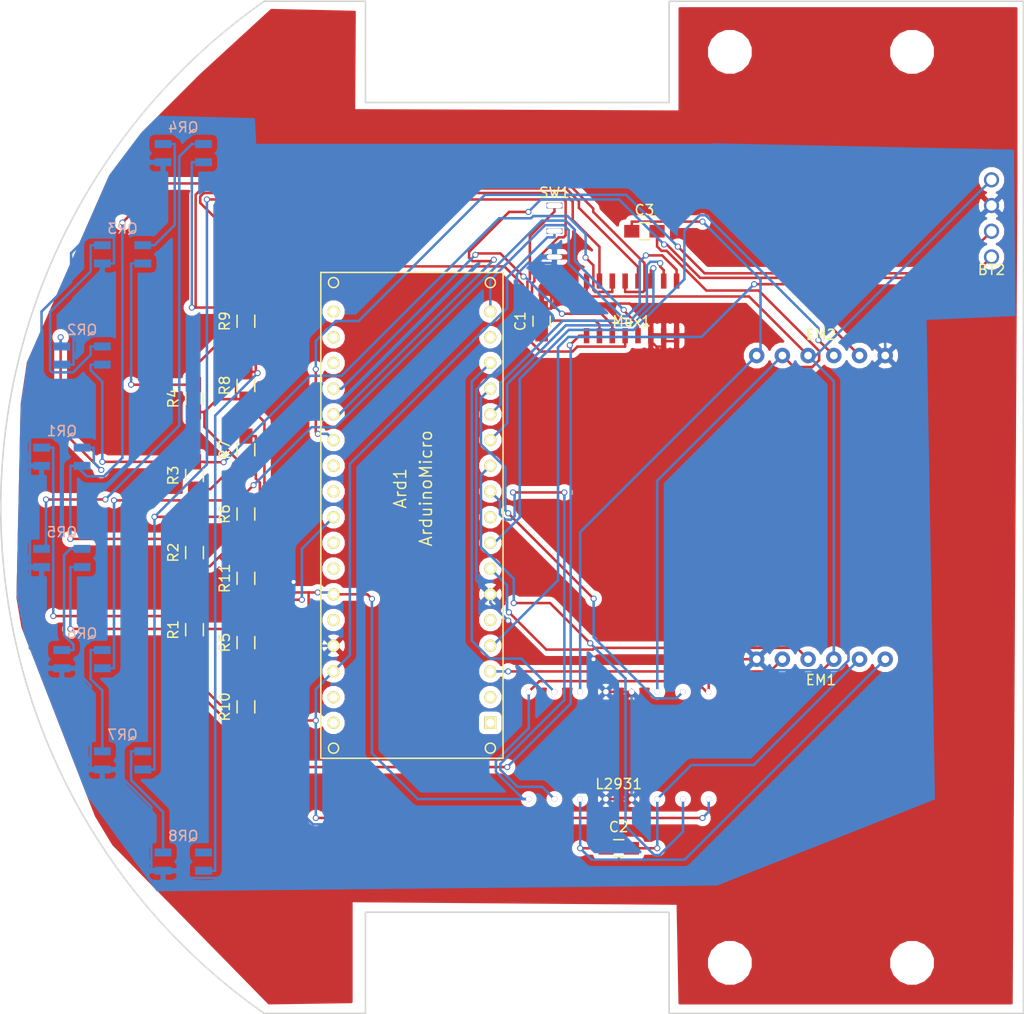
<source format=kicad_pcb>
(kicad_pcb (version 4) (host pcbnew 4.0.5)
  (layers (0 F.Cu signal) (31 B.Cu signal) (34 B.Paste user) (35 F.Paste user) (36 B.SilkS user) (37 F.SilkS user) (38 B.Mask user) (39 F.Mask user) (44 Edge.Cuts user))
  (net 0 "")
  (net 1 "Net-(Ard1-Pad34)")
  (net 2 "Net-(Ard1-Pad33)")
  (net 3 +9V)
  (net 4 GND)
  (net 5 "Net-(Ard1-Pad30)")
  (net 6 +5V)
  (net 7 "Net-(Ard1-Pad28)")
  (net 8 "Net-(Ard1-Pad27)")
  (net 9 VBAT)
  (net 10 "Net-(Ard1-Pad25)")
  (net 11 "Net-(Ard1-Pad24)")
  (net 12 "Net-(Ard1-Pad23)")
  (net 13 "Net-(Ard1-Pad22)")
  (net 14 "Net-(Ard1-Pad21)")
  (net 15 "Net-(Ard1-Pad20)")
  (net 16 "Net-(Ard1-Pad19)")
  (net 17 "Net-(Ard1-Pad18)")
  (net 18 "Net-(Ard1-Pad1)")
  (net 19 "Net-(Ard1-Pad2)")
  (net 20 ENCLB)
  (net 21 ENCRB)
  (net 22 "Net-(Ard1-Pad5)")
  (net 23 ENCLA)
  (net 24 ENCRA)
  (net 25 "Net-(Ard1-Pad9)")
  (net 26 "Net-(Ard1-Pad10)")
  (net 27 "Net-(Ard1-Pad11)")
  (net 28 "Net-(Ard1-Pad12)")
  (net 29 "Net-(Ard1-Pad13)")
  (net 30 "Net-(Ard1-Pad14)")
  (net 31 "Net-(Ard1-Pad15)")
  (net 32 "Net-(Ard1-Pad16)")
  (net 33 "Net-(Ard1-Pad17)")
  (net 34 +9VA)
  (net 35 "Net-(C2-Pad1)")
  (net 36 "Net-(C2-Pad2)")
  (net 37 "Net-(C3-Pad1)")
  (net 38 "Net-(C3-Pad2)")
  (net 39 "Net-(Mux1-Pad1)")
  (net 40 "Net-(Mux1-Pad2)")
  (net 41 "Net-(Mux1-Pad4)")
  (net 42 "Net-(Mux1-Pad5)")
  (net 43 "Net-(Mux1-Pad12)")
  (net 44 "Net-(Mux1-Pad13)")
  (net 45 "Net-(Mux1-Pad14)")
  (net 46 "Net-(Mux1-Pad15)")
  (net 47 "Net-(QR1-Pad1)")
  (net 48 "Net-(QR1-Pad2)")
  (net 49 "Net-(QR2-Pad2)")
  (net 50 "Net-(QR3-Pad2)")
  (net 51 "Net-(QR4-Pad2)")
  (net 52 "Net-(QR5-Pad2)")
  (net 53 "Net-(QR6-Pad2)")
  (net 54 "Net-(QR7-Pad2)")
  (net 55 "Net-(QR8-Pad2)")
  (module Robot:ARDUINO_MICRO_SHIELD (layer F.Cu) (at 138.43 116.84 90)
    (fp_text reference Ard1 (at 26.67 -10.16 90) (layer F.SilkS) (effects (font (size 1.2 1.2))))
    (fp_text value ArduinoMicro (at 26.67 -7.62 90) (layer F.SilkS) (effects (font (size 1.2 1.2))))
    (pad 34 thru_hole circle (at 3.5 -16.746 90) (size 1.2 1.2) (drill 0.8) (layers *.Cu *.Mask F.SilkS) (net 1 "Net-(Ard1-Pad34)"))
    (pad 33 thru_hole circle (at 6.04 -16.746 90) (size 1.2 1.2) (drill 0.8) (layers *.Cu *.Mask F.SilkS) (net 2 "Net-(Ard1-Pad33)"))
    (pad 32 thru_hole circle (at 8.58 -16.746 90) (size 1.2 1.2) (drill 0.8) (layers *.Cu *.Mask F.SilkS) (net 3 +9V))
    (pad 31 thru_hole circle (at 11.12 -16.746 90) (size 1.2 1.2) (drill 0.8) (layers *.Cu *.Mask F.SilkS) (net 4 GND))
    (pad 30 thru_hole circle (at 13.66 -16.746 90) (size 1.2 1.2) (drill 0.8) (layers *.Cu *.Mask F.SilkS) (net 5 "Net-(Ard1-Pad30)"))
    (pad 29 thru_hole circle (at 16.2 -16.746 90) (size 1.2 1.2) (drill 0.8) (layers *.Cu *.Mask F.SilkS) (net 6 +5V))
    (pad 28 thru_hole circle (at 18.74 -16.746 90) (size 1.2 1.2) (drill 0.8) (layers *.Cu *.Mask F.SilkS) (net 7 "Net-(Ard1-Pad28)"))
    (pad 27 thru_hole circle (at 21.28 -16.746 90) (size 1.2 1.2) (drill 0.8) (layers *.Cu *.Mask F.SilkS) (net 8 "Net-(Ard1-Pad27)"))
    (pad 26 thru_hole circle (at 23.82 -16.746 90) (size 1.2 1.2) (drill 0.8) (layers *.Cu *.Mask F.SilkS) (net 9 VBAT))
    (pad 25 thru_hole circle (at 26.36 -16.746 90) (size 1.2 1.2) (drill 0.8) (layers *.Cu *.Mask F.SilkS) (net 10 "Net-(Ard1-Pad25)"))
    (pad 24 thru_hole circle (at 28.9 -16.746 90) (size 1.2 1.2) (drill 0.8) (layers *.Cu *.Mask F.SilkS) (net 11 "Net-(Ard1-Pad24)"))
    (pad 23 thru_hole circle (at 31.44 -16.746 90) (size 1.2 1.2) (drill 0.8) (layers *.Cu *.Mask F.SilkS) (net 12 "Net-(Ard1-Pad23)"))
    (pad 22 thru_hole circle (at 33.98 -16.746 90) (size 1.2 1.2) (drill 0.8) (layers *.Cu *.Mask F.SilkS) (net 13 "Net-(Ard1-Pad22)"))
    (pad 21 thru_hole circle (at 36.52 -16.746 90) (size 1.2 1.2) (drill 0.8) (layers *.Cu *.Mask F.SilkS) (net 14 "Net-(Ard1-Pad21)"))
    (pad 20 thru_hole circle (at 39.06 -16.746 90) (size 1.2 1.2) (drill 0.8) (layers *.Cu *.Mask F.SilkS) (net 15 "Net-(Ard1-Pad20)"))
    (pad 19 thru_hole circle (at 41.6 -16.746 90) (size 1.2 1.2) (drill 0.8) (layers *.Cu *.Mask F.SilkS) (net 16 "Net-(Ard1-Pad19)"))
    (pad 18 thru_hole circle (at 44.14 -16.746 90) (size 1.2 1.2) (drill 0.8) (layers *.Cu *.Mask F.SilkS) (net 17 "Net-(Ard1-Pad18)"))
    (pad 1 thru_hole rect (at 3.5 -1.254 90) (size 1.2 1.2) (drill 0.8) (layers *.Cu *.Mask F.SilkS) (net 18 "Net-(Ard1-Pad1)"))
    (pad 2 thru_hole circle (at 6.04 -1.254 90) (size 1.2 1.2) (drill 0.8) (layers *.Cu *.Mask F.SilkS) (net 19 "Net-(Ard1-Pad2)"))
    (pad 3 thru_hole circle (at 8.58 -1.254 90) (size 1.2 1.2) (drill 0.8) (layers *.Cu *.Mask F.SilkS) (net 20 ENCLB))
    (pad 4 thru_hole circle (at 11.12 -1.254 90) (size 1.2 1.2) (drill 0.8) (layers *.Cu *.Mask F.SilkS) (net 21 ENCRB))
    (pad 5 thru_hole circle (at 13.66 -1.254 90) (size 1.2 1.2) (drill 0.8) (layers *.Cu *.Mask F.SilkS) (net 22 "Net-(Ard1-Pad5)"))
    (pad 6 thru_hole circle (at 16.2 -1.254 90) (size 1.2 1.2) (drill 0.8) (layers *.Cu *.Mask F.SilkS) (net 4 GND))
    (pad 7 thru_hole circle (at 18.74 -1.254 90) (size 1.2 1.2) (drill 0.8) (layers *.Cu *.Mask F.SilkS) (net 23 ENCLA))
    (pad 8 thru_hole circle (at 21.28 -1.254 90) (size 1.2 1.2) (drill 0.8) (layers *.Cu *.Mask F.SilkS) (net 24 ENCRA))
    (pad 9 thru_hole circle (at 23.82 -1.254 90) (size 1.2 1.2) (drill 0.8) (layers *.Cu *.Mask F.SilkS) (net 25 "Net-(Ard1-Pad9)"))
    (pad 10 thru_hole circle (at 26.36 -1.254 90) (size 1.2 1.2) (drill 0.8) (layers *.Cu *.Mask F.SilkS) (net 26 "Net-(Ard1-Pad10)"))
    (pad 11 thru_hole circle (at 28.9 -1.254 90) (size 1.2 1.2) (drill 0.8) (layers *.Cu *.Mask F.SilkS) (net 27 "Net-(Ard1-Pad11)"))
    (pad 12 thru_hole circle (at 31.44 -1.254 90) (size 1.2 1.2) (drill 0.8) (layers *.Cu *.Mask F.SilkS) (net 28 "Net-(Ard1-Pad12)"))
    (pad 13 thru_hole circle (at 33.98 -1.254 90) (size 1.2 1.2) (drill 0.8) (layers *.Cu *.Mask F.SilkS) (net 29 "Net-(Ard1-Pad13)"))
    (pad 14 thru_hole circle (at 36.52 -1.254 90) (size 1.2 1.2) (drill 0.8) (layers *.Cu *.Mask F.SilkS) (net 30 "Net-(Ard1-Pad14)"))
    (pad 15 thru_hole circle (at 39.06 -1.254 90) (size 1.2 1.2) (drill 0.8) (layers *.Cu *.Mask F.SilkS) (net 31 "Net-(Ard1-Pad15)"))
    (pad 16 thru_hole circle (at 41.6 -1.254 90) (size 1.2 1.2) (drill 0.8) (layers *.Cu *.Mask F.SilkS) (net 32 "Net-(Ard1-Pad16)"))
    (pad 17 thru_hole circle (at 44.14 -1.254 90) (size 1.2 1.2) (drill 0.8) (layers *.Cu *.Mask F.SilkS) (net 33 "Net-(Ard1-Pad17)"))
  )
  (module Robot:L293 (layer F.Cu) (at 149.86 115.57)
    (fp_text reference L2931 (at 0 3.81) (layer F.SilkS))
    (fp_text value L293)
    (pad 1 thru_hole circle (at -8.89 5.3) (size 0.55 0.55) (drill 0.54) (layers *.Cu *.Mask) (net 6 +5V))
    (pad 2 thru_hole circle (at -6.35 5.3) (size 0.55 0.55) (drill 0.54) (layers *.Cu *.Mask) (net 26 "Net-(Ard1-Pad10)"))
    (pad 3 thru_hole circle (at -3.81 5.3) (size 0.55 0.55) (drill 0.54) (layers *.Cu *.Mask) (net 35 "Net-(C2-Pad1)"))
    (pad 4 thru_hole circle (at -1.27 5.3) (size 0.55 0.55) (drill 0.54) (layers *.Cu *.Mask) (net 4 GND))
    (pad 5 thru_hole circle (at 1.27 5.3) (size 0.55 0.55) (drill 0.54) (layers *.Cu *.Mask) (net 4 GND))
    (pad 6 thru_hole circle (at 3.81 5.3) (size 0.55 0.55) (drill 0.54) (layers *.Cu *.Mask) (net 36 "Net-(C2-Pad2)"))
    (pad 7 thru_hole circle (at 6.35 5.3) (size 0.55 0.55) (drill 0.54) (layers *.Cu *.Mask) (net 27 "Net-(Ard1-Pad11)"))
    (pad 8 thru_hole circle (at 8.89 5.3) (size 0.55 0.55) (drill 0.54) (layers *.Cu *.Mask) (net 3 +9V))
    (pad 9 thru_hole circle (at 8.89 -5.3) (size 0.55 0.55) (drill 0.54) (layers *.Cu *.Mask) (net 6 +5V))
    (pad 10 thru_hole circle (at 6.35 -5.3) (size 0.55 0.55) (drill 0.54) (layers *.Cu *.Mask) (net 30 "Net-(Ard1-Pad14)"))
    (pad 11 thru_hole circle (at 3.81 -5.3) (size 0.55 0.55) (drill 0.54) (layers *.Cu *.Mask) (net 38 "Net-(C3-Pad2)"))
    (pad 12 thru_hole circle (at 1.27 -5.3) (size 0.55 0.55) (drill 0.54) (layers *.Cu *.Mask) (net 4 GND))
    (pad 13 thru_hole circle (at -1.27 -5.3) (size 0.55 0.55) (drill 0.54) (layers *.Cu *.Mask) (net 4 GND))
    (pad 14 thru_hole circle (at -3.81 -5.3) (size 0.55 0.55) (drill 0.54) (layers *.Cu *.Mask) (net 37 "Net-(C3-Pad1)"))
    (pad 15 thru_hole circle (at -6.35 -5.3) (size 0.55 0.55) (drill 0.54) (layers *.Cu *.Mask) (net 31 "Net-(Ard1-Pad15)"))
    (pad 16 thru_hole circle (at -8.89 -5.3) (size 0.55 0.55) (drill 0.54) (layers *.Cu *.Mask) (net 6 +5V))
  )
  (module Robot:EM_holder (layer F.Cu) (at 169.84 137.05 180)
    (fp_text reference EM1 (at 0 27.94 360) (layer F.SilkS))
    (fp_text value "Motor Levi")
    (pad "" np_thru_hole circle (at 9 0 270) (size 3.3 3.3) (drill 3.3) (layers *.Cu *.Mask))
    (pad "" np_thru_hole circle (at -9 0 270) (size 3.3 3.3) (drill 3.3) (layers *.Cu *.Mask))
    (pad 1 thru_hole circle (at -6.35 30 180) (size 1.524 1.524) (drill 0.762) (layers *.Cu *.Mask) (net 35 "Net-(C2-Pad1)"))
    (pad 2 thru_hole circle (at -3.81 30 180) (size 1.524 1.524) (drill 0.762) (layers *.Cu *.Mask) (net 36 "Net-(C2-Pad2)"))
    (pad 3 thru_hole circle (at -1.27 30 180) (size 1.524 1.524) (drill 0.762) (layers *.Cu *.Mask) (net 6 +5V))
    (pad 4 thru_hole circle (at 1.27 30 180) (size 1.524 1.524) (drill 0.762) (layers *.Cu *.Mask) (net 23 ENCLA))
    (pad 5 thru_hole circle (at 3.81 30 180) (size 1.524 1.524) (drill 0.762) (layers *.Cu *.Mask) (net 20 ENCLB))
    (pad 6 thru_hole circle (at 6.35 30 180) (size 1.524 1.524) (drill 0.762) (layers *.Cu *.Mask) (net 4 GND))
  )
  (module Robot:BT_Smirf (layer F.Cu) (at 186.69 63.5)
    (fp_text reference BT2 (at 0 5.08) (layer F.SilkS))
    (fp_text value BT)
    (pad 1 thru_hole circle (at 0 -3.81) (size 1.5 1.5) (drill 1.02) (layers *.Cu *.Mask) (net 6 +5V))
    (pad 2 thru_hole circle (at 0 -1.27) (size 1.5 1.5) (drill 1.02) (layers *.Cu *.Mask) (net 4 GND))
    (pad 3 thru_hole circle (at 0 1.27) (size 1.5 1.5) (drill 1.02) (layers *.Cu *.Mask) (net 12 "Net-(Ard1-Pad23)"))
    (pad 4 thru_hole circle (at 0 3.81) (size 1.5 1.5) (drill 1.02) (layers *.Cu *.Mask) (net 13 "Net-(Ard1-Pad22)"))
  )
  (module Robot:C_0805_HandSoldering (layer F.Cu) (at 142.24 73.66 90)
    (fp_text reference C1 (at 0 -2.1 90) (layer F.SilkS))
    (fp_text value C)
    (pad 1 smd rect (at -1.25 0 90) (size 1.5 1.25) (layers F.Cu F.Paste F.Mask) (net 34 +9VA))
    (pad 2 smd rect (at 1.25 0 90) (size 1.5 1.25) (layers F.Cu F.Paste F.Mask) (net 4 GND))
  )
  (module Robot:C_0805_HandSoldering (layer F.Cu) (at 149.86 125.73)
    (fp_text reference C2 (at 0 -2.1) (layer F.SilkS))
    (fp_text value C)
    (pad 1 smd rect (at -1.25 0) (size 1.5 1.25) (layers F.Cu F.Paste F.Mask) (net 35 "Net-(C2-Pad1)"))
    (pad 2 smd rect (at 1.25 0) (size 1.5 1.25) (layers F.Cu F.Paste F.Mask) (net 36 "Net-(C2-Pad2)"))
  )
  (module Robot:C_0805_HandSoldering (layer F.Cu) (at 152.4 64.77)
    (fp_text reference C3 (at 0 -2.1) (layer F.SilkS))
    (fp_text value C)
    (pad 1 smd rect (at -1.25 0) (size 1.5 1.25) (layers F.Cu F.Paste F.Mask) (net 37 "Net-(C3-Pad1)"))
    (pad 2 smd rect (at 1.25 0) (size 1.5 1.25) (layers F.Cu F.Paste F.Mask) (net 38 "Net-(C3-Pad2)"))
  )
  (module Robot:EM_holder (layer F.Cu) (at 169.84 47.05)
    (fp_text reference EM2 (at 0 27.94 180) (layer F.SilkS))
    (fp_text value "Motor Desni")
    (pad "" np_thru_hole circle (at 9 0 90) (size 3.3 3.3) (drill 3.3) (layers *.Cu *.Mask))
    (pad "" np_thru_hole circle (at -9 0 90) (size 3.3 3.3) (drill 3.3) (layers *.Cu *.Mask))
    (pad 1 thru_hole circle (at -6.35 30) (size 1.524 1.524) (drill 0.762) (layers *.Cu *.Mask) (net 37 "Net-(C3-Pad1)"))
    (pad 2 thru_hole circle (at -3.81 30) (size 1.524 1.524) (drill 0.762) (layers *.Cu *.Mask) (net 38 "Net-(C3-Pad2)"))
    (pad 3 thru_hole circle (at -1.27 30) (size 1.524 1.524) (drill 0.762) (layers *.Cu *.Mask) (net 6 +5V))
    (pad 4 thru_hole circle (at 1.27 30) (size 1.524 1.524) (drill 0.762) (layers *.Cu *.Mask) (net 24 ENCRA))
    (pad 5 thru_hole circle (at 3.81 30) (size 1.524 1.524) (drill 0.762) (layers *.Cu *.Mask) (net 21 ENCRB))
    (pad 6 thru_hole circle (at 6.35 30) (size 1.524 1.524) (drill 0.762) (layers *.Cu *.Mask) (net 4 GND))
  )
  (module Robot:Mux_8Ch (layer F.Cu) (at 151.13 72.39)
    (fp_text reference Mux1 (at 0 1.27) (layer F.SilkS))
    (fp_text value Mux)
    (pad 1 smd rect (at -4.445 2.7) (size 0.55 1.5) (layers F.Cu F.Paste F.Mask) (net 39 "Net-(Mux1-Pad1)"))
    (pad 2 smd rect (at -3.175 2.7) (size 0.55 1.5) (layers F.Cu F.Paste F.Mask) (net 40 "Net-(Mux1-Pad2)"))
    (pad 3 smd rect (at -1.905 2.7) (size 0.55 1.5) (layers F.Cu F.Paste F.Mask) (net 14 "Net-(Ard1-Pad21)"))
    (pad 4 smd rect (at -0.635 2.7) (size 0.55 1.5) (layers F.Cu F.Paste F.Mask) (net 41 "Net-(Mux1-Pad4)"))
    (pad 5 smd rect (at 0.635 2.7) (size 0.55 1.5) (layers F.Cu F.Paste F.Mask) (net 42 "Net-(Mux1-Pad5)"))
    (pad 6 smd rect (at 1.905 2.7) (size 0.55 1.5) (layers F.Cu F.Paste F.Mask) (net 4 GND))
    (pad 7 smd rect (at 3.175 2.7) (size 0.55 1.5) (layers F.Cu F.Paste F.Mask) (net 4 GND))
    (pad 8 smd rect (at 4.445 2.7) (size 0.55 1.5) (layers F.Cu F.Paste F.Mask) (net 4 GND))
    (pad 9 smd rect (at 4.445 -2.7) (size 0.55 1.5) (layers F.Cu F.Paste F.Mask) (net 33 "Net-(Ard1-Pad17)"))
    (pad 10 smd rect (at 3.175 -2.7) (size 0.55 1.5) (layers F.Cu F.Paste F.Mask) (net 29 "Net-(Ard1-Pad13)"))
    (pad 11 smd rect (at 1.905 -2.7) (size 0.55 1.5) (layers F.Cu F.Paste F.Mask) (net 28 "Net-(Ard1-Pad12)"))
    (pad 12 smd rect (at 0.635 -2.7) (size 0.55 1.5) (layers F.Cu F.Paste F.Mask) (net 43 "Net-(Mux1-Pad12)"))
    (pad 13 smd rect (at -0.635 -2.7) (size 0.55 1.5) (layers F.Cu F.Paste F.Mask) (net 44 "Net-(Mux1-Pad13)"))
    (pad 14 smd rect (at -1.905 -2.7) (size 0.55 1.5) (layers F.Cu F.Paste F.Mask) (net 45 "Net-(Mux1-Pad14)"))
    (pad 15 smd rect (at -3.175 -2.7) (size 0.55 1.5) (layers F.Cu F.Paste F.Mask) (net 46 "Net-(Mux1-Pad15)"))
    (pad 16 smd rect (at -4.445 -2.7) (size 0.55 1.5) (layers F.Cu F.Paste F.Mask) (net 6 +5V))
  )
  (module Robot:QRE1113GR (layer B.Cu) (at 94.84 87.05)
    (fp_text reference QR1 (at 0 -2.54) (layer B.SilkS) (effects (justify mirror)))
    (fp_text value QRE1113)
    (pad 1 smd rect (at -2 -0.9) (size 1.66 0.79) (layers B.Cu B.Paste B.Mask) (net 47 "Net-(QR1-Pad1)"))
    (pad 2 smd rect (at 2 -0.9) (size 1.66 0.79) (layers B.Cu B.Paste B.Mask) (net 48 "Net-(QR1-Pad2)"))
    (pad 3 smd rect (at 2 0.9) (size 1.66 0.79) (layers B.Cu B.Paste B.Mask) (net 44 "Net-(Mux1-Pad13)"))
    (pad 4 smd rect (at -2 0.9) (size 1.66 0.79) (layers B.Cu B.Paste B.Mask) (net 4 GND))
  )
  (module Robot:QRE1113GR (layer B.Cu) (at 96.84 77.05)
    (fp_text reference QR2 (at 0 -2.54) (layer B.SilkS) (effects (justify mirror)))
    (fp_text value QRE1113)
    (pad 1 smd rect (at -2 -0.9) (size 1.66 0.79) (layers B.Cu B.Paste B.Mask) (net 48 "Net-(QR1-Pad2)"))
    (pad 2 smd rect (at 2 -0.9) (size 1.66 0.79) (layers B.Cu B.Paste B.Mask) (net 49 "Net-(QR2-Pad2)"))
    (pad 3 smd rect (at 2 0.9) (size 1.66 0.79) (layers B.Cu B.Paste B.Mask) (net 45 "Net-(Mux1-Pad14)"))
    (pad 4 smd rect (at -2 0.9) (size 1.66 0.79) (layers B.Cu B.Paste B.Mask) (net 4 GND))
  )
  (module Robot:QRE1113GR (layer B.Cu) (at 100.84 67.05)
    (fp_text reference QR3 (at 0 -2.54) (layer B.SilkS) (effects (justify mirror)))
    (fp_text value QRE1113)
    (pad 1 smd rect (at -2 -0.9) (size 1.66 0.79) (layers B.Cu B.Paste B.Mask) (net 49 "Net-(QR2-Pad2)"))
    (pad 2 smd rect (at 2 -0.9) (size 1.66 0.79) (layers B.Cu B.Paste B.Mask) (net 50 "Net-(QR3-Pad2)"))
    (pad 3 smd rect (at 2 0.9) (size 1.66 0.79) (layers B.Cu B.Paste B.Mask) (net 46 "Net-(Mux1-Pad15)"))
    (pad 4 smd rect (at -2 0.9) (size 1.66 0.79) (layers B.Cu B.Paste B.Mask) (net 4 GND))
  )
  (module Robot:QRE1113GR (layer B.Cu) (at 106.84 57.05)
    (fp_text reference QR4 (at 0 -2.54) (layer B.SilkS) (effects (justify mirror)))
    (fp_text value QRE1113)
    (pad 1 smd rect (at -2 -0.9) (size 1.66 0.79) (layers B.Cu B.Paste B.Mask) (net 50 "Net-(QR3-Pad2)"))
    (pad 2 smd rect (at 2 -0.9) (size 1.66 0.79) (layers B.Cu B.Paste B.Mask) (net 51 "Net-(QR4-Pad2)"))
    (pad 3 smd rect (at 2 0.9) (size 1.66 0.79) (layers B.Cu B.Paste B.Mask) (net 43 "Net-(Mux1-Pad12)"))
    (pad 4 smd rect (at -2 0.9) (size 1.66 0.79) (layers B.Cu B.Paste B.Mask) (net 4 GND))
  )
  (module Robot:QRE1113GR (layer B.Cu) (at 94.84 97.05)
    (fp_text reference QR5 (at 0 -2.54) (layer B.SilkS) (effects (justify mirror)))
    (fp_text value QRE1113)
    (pad 1 smd rect (at -2 -0.9) (size 1.66 0.79) (layers B.Cu B.Paste B.Mask) (net 51 "Net-(QR4-Pad2)"))
    (pad 2 smd rect (at 2 -0.9) (size 1.66 0.79) (layers B.Cu B.Paste B.Mask) (net 52 "Net-(QR5-Pad2)"))
    (pad 3 smd rect (at 2 0.9) (size 1.66 0.79) (layers B.Cu B.Paste B.Mask) (net 39 "Net-(Mux1-Pad1)"))
    (pad 4 smd rect (at -2 0.9) (size 1.66 0.79) (layers B.Cu B.Paste B.Mask) (net 4 GND))
  )
  (module Robot:QRE1113GR (layer B.Cu) (at 96.84 107.05)
    (fp_text reference QR6 (at 0 -2.54) (layer B.SilkS) (effects (justify mirror)))
    (fp_text value QRE1113)
    (pad 1 smd rect (at -2 -0.9) (size 1.66 0.79) (layers B.Cu B.Paste B.Mask) (net 52 "Net-(QR5-Pad2)"))
    (pad 2 smd rect (at 2 -0.9) (size 1.66 0.79) (layers B.Cu B.Paste B.Mask) (net 53 "Net-(QR6-Pad2)"))
    (pad 3 smd rect (at 2 0.9) (size 1.66 0.79) (layers B.Cu B.Paste B.Mask) (net 42 "Net-(Mux1-Pad5)"))
    (pad 4 smd rect (at -2 0.9) (size 1.66 0.79) (layers B.Cu B.Paste B.Mask) (net 4 GND))
  )
  (module Robot:QRE1113GR (layer B.Cu) (at 100.84 117.05)
    (fp_text reference QR7 (at 0 -2.54) (layer B.SilkS) (effects (justify mirror)))
    (fp_text value QRE1113)
    (pad 1 smd rect (at -2 -0.9) (size 1.66 0.79) (layers B.Cu B.Paste B.Mask) (net 53 "Net-(QR6-Pad2)"))
    (pad 2 smd rect (at 2 -0.9) (size 1.66 0.79) (layers B.Cu B.Paste B.Mask) (net 54 "Net-(QR7-Pad2)"))
    (pad 3 smd rect (at 2 0.9) (size 1.66 0.79) (layers B.Cu B.Paste B.Mask) (net 40 "Net-(Mux1-Pad2)"))
    (pad 4 smd rect (at -2 0.9) (size 1.66 0.79) (layers B.Cu B.Paste B.Mask) (net 4 GND))
  )
  (module Robot:QRE1113GR (layer B.Cu) (at 106.84 127.05)
    (fp_text reference QR8 (at 0 -2.54) (layer B.SilkS) (effects (justify mirror)))
    (fp_text value QRE1113)
    (pad 1 smd rect (at -2 -0.9) (size 1.66 0.79) (layers B.Cu B.Paste B.Mask) (net 54 "Net-(QR7-Pad2)"))
    (pad 2 smd rect (at 2 -0.9) (size 1.66 0.79) (layers B.Cu B.Paste B.Mask) (net 55 "Net-(QR8-Pad2)"))
    (pad 3 smd rect (at 2 0.9) (size 1.66 0.79) (layers B.Cu B.Paste B.Mask) (net 41 "Net-(Mux1-Pad4)"))
    (pad 4 smd rect (at -2 0.9) (size 1.66 0.79) (layers B.Cu B.Paste B.Mask) (net 4 GND))
  )
  (module Robot:R_0805_HandSoldering (layer F.Cu) (at 107.95 104.14 90)
    (fp_text reference R1 (at 0 -2.1 90) (layer F.SilkS))
    (fp_text value 150R)
    (pad 1 smd rect (at -1.35 0 90) (size 1.5 1.3) (layers F.Cu F.Paste F.Mask) (net 3 +9V))
    (pad 2 smd rect (at 1.35 0 90) (size 1.5 1.3) (layers F.Cu F.Paste F.Mask) (net 47 "Net-(QR1-Pad1)"))
  )
  (module Robot:R_0805_HandSoldering (layer F.Cu) (at 107.95 96.52 90)
    (fp_text reference R2 (at 0 -2.1 90) (layer F.SilkS))
    (fp_text value 10k)
    (pad 1 smd rect (at -1.35 0 90) (size 1.5 1.3) (layers F.Cu F.Paste F.Mask) (net 6 +5V))
    (pad 2 smd rect (at 1.35 0 90) (size 1.5 1.3) (layers F.Cu F.Paste F.Mask) (net 44 "Net-(Mux1-Pad13)"))
  )
  (module Robot:R_0805_HandSoldering (layer F.Cu) (at 107.95 88.9 90)
    (fp_text reference R3 (at 0 -2.1 90) (layer F.SilkS))
    (fp_text value 10k)
    (pad 1 smd rect (at -1.35 0 90) (size 1.5 1.3) (layers F.Cu F.Paste F.Mask) (net 6 +5V))
    (pad 2 smd rect (at 1.35 0 90) (size 1.5 1.3) (layers F.Cu F.Paste F.Mask) (net 45 "Net-(Mux1-Pad14)"))
  )
  (module Robot:R_0805_HandSoldering (layer F.Cu) (at 107.95 81.28 90)
    (fp_text reference R4 (at 0 -2.1 90) (layer F.SilkS))
    (fp_text value 10k)
    (pad 1 smd rect (at -1.35 0 90) (size 1.5 1.3) (layers F.Cu F.Paste F.Mask) (net 6 +5V))
    (pad 2 smd rect (at 1.35 0 90) (size 1.5 1.3) (layers F.Cu F.Paste F.Mask) (net 46 "Net-(Mux1-Pad15)"))
  )
  (module Robot:R_0805_HandSoldering (layer F.Cu) (at 113.03 105.41 90)
    (fp_text reference R5 (at 0 -2.1 90) (layer F.SilkS))
    (fp_text value 10k)
    (pad 1 smd rect (at -1.35 0 90) (size 1.5 1.3) (layers F.Cu F.Paste F.Mask) (net 6 +5V))
    (pad 2 smd rect (at 1.35 0 90) (size 1.5 1.3) (layers F.Cu F.Paste F.Mask) (net 39 "Net-(Mux1-Pad1)"))
  )
  (module Robot:R_0805_HandSoldering (layer F.Cu) (at 113.03 92.71 90)
    (fp_text reference R6 (at 0 -2.1 90) (layer F.SilkS))
    (fp_text value 10k)
    (pad 1 smd rect (at -1.35 0 90) (size 1.5 1.3) (layers F.Cu F.Paste F.Mask) (net 6 +5V))
    (pad 2 smd rect (at 1.35 0 90) (size 1.5 1.3) (layers F.Cu F.Paste F.Mask) (net 42 "Net-(Mux1-Pad5)"))
  )
  (module Robot:R_0805_HandSoldering (layer F.Cu) (at 113.03 86.36 90)
    (fp_text reference R7 (at 0 -2.1 90) (layer F.SilkS))
    (fp_text value 10k)
    (pad 1 smd rect (at -1.35 0 90) (size 1.5 1.3) (layers F.Cu F.Paste F.Mask) (net 6 +5V))
    (pad 2 smd rect (at 1.35 0 90) (size 1.5 1.3) (layers F.Cu F.Paste F.Mask) (net 40 "Net-(Mux1-Pad2)"))
  )
  (module Robot:R_0805_HandSoldering (layer F.Cu) (at 113.03 80.01 90)
    (fp_text reference R8 (at 0 -2.1 90) (layer F.SilkS))
    (fp_text value 10k)
    (pad 1 smd rect (at -1.35 0 90) (size 1.5 1.3) (layers F.Cu F.Paste F.Mask) (net 6 +5V))
    (pad 2 smd rect (at 1.35 0 90) (size 1.5 1.3) (layers F.Cu F.Paste F.Mask) (net 41 "Net-(Mux1-Pad4)"))
  )
  (module Robot:R_0805_HandSoldering (layer F.Cu) (at 113.03 73.66 90)
    (fp_text reference R9 (at 0 -2.1 90) (layer F.SilkS))
    (fp_text value 10k)
    (pad 1 smd rect (at -1.35 0 90) (size 1.5 1.3) (layers F.Cu F.Paste F.Mask) (net 6 +5V))
    (pad 2 smd rect (at 1.35 0 90) (size 1.5 1.3) (layers F.Cu F.Paste F.Mask) (net 43 "Net-(Mux1-Pad12)"))
  )
  (module Robot:R_0805_HandSoldering (layer F.Cu) (at 113.03 111.76 90)
    (fp_text reference R10 (at 0 -2.1 90) (layer F.SilkS))
    (fp_text value 10k)
    (pad 1 smd rect (at -1.35 0 90) (size 1.5 1.3) (layers F.Cu F.Paste F.Mask) (net 3 +9V))
    (pad 2 smd rect (at 1.35 0 90) (size 1.5 1.3) (layers F.Cu F.Paste F.Mask) (net 9 VBAT))
  )
  (module Robot:R_0805_HandSoldering (layer F.Cu) (at 113.03 99.06 90)
    (fp_text reference R11 (at 0 -2.1 90) (layer F.SilkS))
    (fp_text value 10k)
    (pad 1 smd rect (at -1.35 0 90) (size 1.5 1.3) (layers F.Cu F.Paste F.Mask) (net 9 VBAT))
    (pad 2 smd rect (at 1.35 0 90) (size 1.5 1.3) (layers F.Cu F.Paste F.Mask) (net 4 GND))
  )
  (module Robot:Switch (layer F.Cu) (at 143.51 64.77 180)
    (fp_text reference SW1 (at 0 3.81 180) (layer F.SilkS))
    (fp_text value Switch_inv)
    (pad 1 thru_hole rect (at 0 2.54 180) (size 1.55 0.55) (drill oval 1.52 0.51) (layers *.Cu *.Mask) (net 34 +9VA))
    (pad 2 thru_hole rect (at 0 0 180) (size 1.55 0.55) (drill oval 1.52 0.51) (layers *.Cu *.Mask) (net 3 +9V))
    (pad 3 thru_hole rect (at 0 -2.54 180) (size 1.55 0.55) (drill oval 1.52 0.51) (layers *.Cu *.Mask) (net 4 GND))
  )
  (gr_arc (start 149.84 92.05) (end 114.84 142.05) (angle 110.1) (layer Edge.Cuts) (width 0.15))
  (gr_line (start 189.84 42.05) (end 154.84 42.05) (angle 90) (layer Edge.Cuts) (width 0.15))
  (gr_line (start 154.84 42.05) (end 154.84 52.05) (angle 90) (layer Edge.Cuts) (width 0.15))
  (gr_line (start 154.84 52.05) (end 124.84 52.05) (angle 90) (layer Edge.Cuts) (width 0.15))
  (gr_line (start 124.84 52.05) (end 124.84 42.05) (angle 90) (layer Edge.Cuts) (width 0.15))
  (gr_line (start 124.84 42.05) (end 114.84 42.05) (angle 90) (layer Edge.Cuts) (width 0.15))
  (gr_line (start 124.84 142.05) (end 114.84 142.05) (angle 90) (layer Edge.Cuts) (width 0.15))
  (gr_line (start 124.84 132.05) (end 124.84 142.05) (angle 90) (layer Edge.Cuts) (width 0.15))
  (gr_line (start 154.84 132.05) (end 124.84 132.05) (angle 90) (layer Edge.Cuts) (width 0.15))
  (gr_line (start 154.84 142.05) (end 154.84 132.05) (angle 90) (layer Edge.Cuts) (width 0.15))
  (gr_line (start 189.84 142.05) (end 154.84 142.05) (angle 90) (layer Edge.Cuts) (width 0.15))
  (gr_line (start 189.84 42.05) (end 189.84 142.05) (angle 90) (layer Edge.Cuts) (width 0.15))
  (via (at 119.9322 113.11) (size 0.6) (layers F.Cu B.Cu) (net 3))
  (via (at 158.1367 122.7361) (size 0.6) (layers F.Cu B.Cu) (net 3))
  (via (at 119.9322 122.7361) (size 0.6) (layers F.Cu B.Cu) (net 3))
  (segment (start 143.51 64.77) (end 143.51 65.3703) (width 0.25) (layer B.Cu) (net 3))
  (segment (start 107.95 105.49) (end 108.9253 105.49) (width 0.25) (layer F.Cu) (net 3))
  (segment (start 108.9253 109.9806) (end 112.0547 113.11) (width 0.25) (layer F.Cu) (net 3))
  (segment (start 108.9253 105.49) (end 108.9253 109.9806) (width 0.25) (layer F.Cu) (net 3))
  (segment (start 112.7985 113.11) (end 112.0547 113.11) (width 0.25) (layer F.Cu) (net 3))
  (segment (start 112.7985 113.11) (end 113.03 113.11) (width 0.25) (layer F.Cu) (net 3))
  (segment (start 119.9322 110.0118) (end 119.9322 113.11) (width 0.25) (layer B.Cu) (net 3))
  (segment (start 121.684 108.26) (end 119.9322 110.0118) (width 0.25) (layer B.Cu) (net 3))
  (segment (start 113.03 113.11) (end 119.9322 113.11) (width 0.25) (layer F.Cu) (net 3))
  (segment (start 123.2986 106.6454) (end 121.684 108.26) (width 0.25) (layer B.Cu) (net 3))
  (segment (start 123.2986 87.7666) (end 123.2986 106.6454) (width 0.25) (layer B.Cu) (net 3))
  (segment (start 137.0952 73.97) (end 123.2986 87.7666) (width 0.25) (layer B.Cu) (net 3))
  (segment (start 137.2158 73.97) (end 137.0952 73.97) (width 0.25) (layer B.Cu) (net 3))
  (segment (start 138.8418 72.344) (end 137.2158 73.97) (width 0.25) (layer B.Cu) (net 3))
  (segment (start 138.8418 69.3434) (end 138.8418 72.344) (width 0.25) (layer B.Cu) (net 3))
  (segment (start 142.8149 65.3703) (end 138.8418 69.3434) (width 0.25) (layer B.Cu) (net 3))
  (segment (start 143.51 65.3703) (end 142.8149 65.3703) (width 0.25) (layer B.Cu) (net 3))
  (segment (start 158.75 122.1228) (end 158.1367 122.7361) (width 0.25) (layer B.Cu) (net 3))
  (segment (start 158.75 120.87) (end 158.75 122.1228) (width 0.25) (layer B.Cu) (net 3))
  (segment (start 119.9322 113.11) (end 119.9322 122.7361) (width 0.25) (layer B.Cu) (net 3))
  (segment (start 158.1367 122.7361) (end 119.9322 122.7361) (width 0.25) (layer F.Cu) (net 3))
  (segment (start 97.8535 65.374) (end 97.313 65.374) (width 0.25) (layer B.Cu) (net 4))
  (segment (start 91.6847 83.1943) (end 91.6847 87.95) (width 0.25) (layer B.Cu) (net 4))
  (segment (start 92.837 82.042) (end 91.6847 83.1943) (width 0.25) (layer B.Cu) (net 4))
  (segment (start 92.837 72.7075) (end 92.837 82.042) (width 0.25) (layer B.Cu) (net 4))
  (segment (start 95.758 69.7865) (end 92.837 72.7075) (width 0.25) (layer B.Cu) (net 4))
  (segment (start 95.758 66.929) (end 95.758 69.7865) (width 0.25) (layer B.Cu) (net 4))
  (segment (start 97.313 65.374) (end 95.758 66.929) (width 0.25) (layer B.Cu) (net 4))
  (via (at 117.7375 99.417) (size 0.6) (layers F.Cu B.Cu) (net 4))
  (via (at 138.9403 103.2461) (size 0.6) (layers F.Cu B.Cu) (net 4))
  (via (at 147.3653 107.05) (size 0.6) (layers F.Cu B.Cu) (net 4))
  (segment (start 151.13 120.87) (end 148.59 120.87) (width 0.25) (layer F.Cu) (net 4))
  (segment (start 155.575 75.6276) (end 154.305 75.6276) (width 0.25) (layer F.Cu) (net 4))
  (segment (start 155.575 75.09) (end 155.575 75.6276) (width 0.25) (layer F.Cu) (net 4))
  (segment (start 148.59 110.27) (end 151.13 110.27) (width 0.25) (layer F.Cu) (net 4))
  (segment (start 153.035 75.6276) (end 152.918 75.6276) (width 0.25) (layer F.Cu) (net 4))
  (segment (start 154.305 76.1653) (end 154.305 75.6276) (width 0.25) (layer F.Cu) (net 4))
  (segment (start 153.573 76.1653) (end 154.305 76.1653) (width 0.25) (layer F.Cu) (net 4))
  (segment (start 153.035 75.6276) (end 153.573 76.1653) (width 0.25) (layer F.Cu) (net 4))
  (segment (start 154.305 75.6276) (end 154.305 75.09) (width 0.25) (layer F.Cu) (net 4))
  (segment (start 153.035 75.09) (end 153.035 75.6276) (width 0.25) (layer F.Cu) (net 4))
  (segment (start 153.035 75.09) (end 153.035 74.0147) (width 0.25) (layer F.Cu) (net 4))
  (segment (start 142.24 72.41) (end 143.1903 72.41) (width 0.25) (layer F.Cu) (net 4))
  (segment (start 151.13 110.27) (end 151.13 120.87) (width 0.25) (layer B.Cu) (net 4))
  (segment (start 143.1903 68.23) (end 143.1903 72.41) (width 0.25) (layer F.Cu) (net 4))
  (segment (start 143.51 67.9103) (end 143.1903 68.23) (width 0.25) (layer F.Cu) (net 4))
  (segment (start 143.51 67.31) (end 143.51 67.9103) (width 0.25) (layer F.Cu) (net 4))
  (segment (start 115.7123 99.417) (end 117.7375 99.417) (width 0.25) (layer F.Cu) (net 4))
  (segment (start 114.0053 97.71) (end 115.7123 99.417) (width 0.25) (layer F.Cu) (net 4))
  (segment (start 113.03 97.71) (end 114.0053 97.71) (width 0.25) (layer F.Cu) (net 4))
  (segment (start 103.6847 121.6394) (end 103.6847 127.95) (width 0.25) (layer B.Cu) (net 4))
  (segment (start 99.9953 117.95) (end 103.6847 121.6394) (width 0.25) (layer B.Cu) (net 4))
  (segment (start 99.4177 117.95) (end 99.9953 117.95) (width 0.25) (layer B.Cu) (net 4))
  (segment (start 99.4177 117.95) (end 98.84 117.95) (width 0.25) (layer B.Cu) (net 4))
  (segment (start 98.84 117.95) (end 97.6847 117.95) (width 0.25) (layer B.Cu) (net 4))
  (segment (start 97.6847 109.6394) (end 97.6847 117.95) (width 0.25) (layer B.Cu) (net 4))
  (segment (start 95.9953 107.95) (end 97.6847 109.6394) (width 0.25) (layer B.Cu) (net 4))
  (segment (start 95.4177 107.95) (end 95.9953 107.95) (width 0.25) (layer B.Cu) (net 4))
  (segment (start 95.4177 107.95) (end 94.84 107.95) (width 0.25) (layer B.Cu) (net 4))
  (segment (start 94.84 107.95) (end 93.6847 107.95) (width 0.25) (layer B.Cu) (net 4))
  (segment (start 92.84 87.95) (end 91.6847 87.95) (width 0.25) (layer B.Cu) (net 4))
  (segment (start 92.84 97.95) (end 91.6847 97.95) (width 0.25) (layer B.Cu) (net 4))
  (segment (start 91.6847 105.95) (end 91.6847 97.95) (width 0.25) (layer B.Cu) (net 4))
  (segment (start 93.6847 107.95) (end 91.6847 105.95) (width 0.25) (layer B.Cu) (net 4))
  (segment (start 91.6847 97.95) (end 91.6847 87.95) (width 0.25) (layer B.Cu) (net 4))
  (segment (start 104.84 57.95) (end 103.6847 57.95) (width 0.25) (layer B.Cu) (net 4))
  (segment (start 98.84 67.95) (end 99.4177 67.95) (width 0.25) (layer B.Cu) (net 4))
  (segment (start 99.4177 67.95) (end 99.9953 67.95) (width 0.25) (layer B.Cu) (net 4))
  (segment (start 95.9953 71.3724) (end 95.9953 77.95) (width 0.25) (layer B.Cu) (net 4))
  (segment (start 99.4177 67.95) (end 95.9953 71.3724) (width 0.25) (layer B.Cu) (net 4))
  (segment (start 94.84 77.95) (end 95.9953 77.95) (width 0.25) (layer B.Cu) (net 4))
  (segment (start 99.9953 65.374) (end 97.8535 65.374) (width 0.25) (layer B.Cu) (net 4))
  (segment (start 97.8535 65.374) (end 97.8126 65.374) (width 0.25) (layer B.Cu) (net 4))
  (segment (start 99.9953 61.6394) (end 99.9953 65.374) (width 0.25) (layer B.Cu) (net 4))
  (segment (start 103.6847 57.95) (end 99.9953 61.6394) (width 0.25) (layer B.Cu) (net 4))
  (segment (start 99.9953 65.374) (end 99.9953 67.95) (width 0.25) (layer B.Cu) (net 4))
  (segment (start 104.2624 127.95) (end 103.6847 127.95) (width 0.25) (layer B.Cu) (net 4))
  (segment (start 104.2624 127.95) (end 104.84 127.95) (width 0.25) (layer B.Cu) (net 4))
  (segment (start 118.1583 105.72) (end 121.684 105.72) (width 0.25) (layer B.Cu) (net 4))
  (segment (start 117.7375 105.2992) (end 117.7375 99.417) (width 0.25) (layer B.Cu) (net 4))
  (segment (start 118.1583 105.72) (end 117.7375 105.2992) (width 0.25) (layer B.Cu) (net 4))
  (segment (start 104.84 127.95) (end 105.9953 127.95) (width 0.25) (layer B.Cu) (net 4))
  (segment (start 143.51 67.31) (end 143.51 67.9103) (width 0.25) (layer B.Cu) (net 4))
  (segment (start 176.19 72.73) (end 176.19 77.05) (width 0.25) (layer B.Cu) (net 4))
  (segment (start 186.69 62.23) (end 176.19 72.73) (width 0.25) (layer B.Cu) (net 4))
  (segment (start 164.5855 108.1455) (end 163.49 107.05) (width 0.25) (layer B.Cu) (net 4))
  (segment (start 171.5848 108.1455) (end 164.5855 108.1455) (width 0.25) (layer B.Cu) (net 4))
  (segment (start 172.5586 107.1717) (end 171.5848 108.1455) (width 0.25) (layer B.Cu) (net 4))
  (segment (start 172.5586 80.6814) (end 172.5586 107.1717) (width 0.25) (layer B.Cu) (net 4))
  (segment (start 176.19 77.05) (end 172.5586 80.6814) (width 0.25) (layer B.Cu) (net 4))
  (segment (start 143.6865 71.9138) (end 143.1903 72.41) (width 0.25) (layer F.Cu) (net 4))
  (segment (start 150.9341 71.9138) (end 143.6865 71.9138) (width 0.25) (layer F.Cu) (net 4))
  (segment (start 153.035 74.0147) (end 150.9341 71.9138) (width 0.25) (layer F.Cu) (net 4))
  (segment (start 135.7955 99.2595) (end 137.176 100.64) (width 0.25) (layer B.Cu) (net 4))
  (segment (start 135.7955 80.3914) (end 135.7955 99.2595) (width 0.25) (layer B.Cu) (net 4))
  (segment (start 137.1369 79.05) (end 135.7955 80.3914) (width 0.25) (layer B.Cu) (net 4))
  (segment (start 137.2636 79.05) (end 137.1369 79.05) (width 0.25) (layer B.Cu) (net 4))
  (segment (start 139.7919 76.5217) (end 137.2636 79.05) (width 0.25) (layer B.Cu) (net 4))
  (segment (start 139.7919 69.0302) (end 139.7919 76.5217) (width 0.25) (layer B.Cu) (net 4))
  (segment (start 140.9118 67.9103) (end 139.7919 69.0302) (width 0.25) (layer B.Cu) (net 4))
  (segment (start 143.51 67.9103) (end 140.9118 67.9103) (width 0.25) (layer B.Cu) (net 4))
  (segment (start 137.176 101.4818) (end 138.9403 103.2461) (width 0.25) (layer B.Cu) (net 4))
  (segment (start 137.176 100.64) (end 137.176 101.4818) (width 0.25) (layer B.Cu) (net 4))
  (segment (start 147.3653 109.0453) (end 147.3653 107.05) (width 0.25) (layer B.Cu) (net 4))
  (segment (start 148.59 110.27) (end 147.3653 109.0453) (width 0.25) (layer B.Cu) (net 4))
  (segment (start 163.49 107.05) (end 147.3653 107.05) (width 0.25) (layer F.Cu) (net 4))
  (segment (start 142.7442 107.05) (end 138.9403 103.2461) (width 0.25) (layer F.Cu) (net 4))
  (segment (start 147.3653 107.05) (end 142.7442 107.05) (width 0.25) (layer F.Cu) (net 4))
  (segment (start 147.9232 120.2032) (end 148.59 120.87) (width 0.25) (layer B.Cu) (net 4))
  (segment (start 145.7583 120.2032) (end 147.9232 120.2032) (width 0.25) (layer B.Cu) (net 4))
  (segment (start 142.5964 123.3651) (end 145.7583 120.2032) (width 0.25) (layer B.Cu) (net 4))
  (segment (start 119.6534 123.3651) (end 142.5964 123.3651) (width 0.25) (layer B.Cu) (net 4))
  (segment (start 118.1583 121.87) (end 119.6534 123.3651) (width 0.25) (layer B.Cu) (net 4))
  (segment (start 118.1583 105.72) (end 118.1583 121.87) (width 0.25) (layer B.Cu) (net 4))
  (segment (start 106.7157 128.6704) (end 105.9953 127.95) (width 0.25) (layer B.Cu) (net 4))
  (segment (start 111.3579 128.6704) (end 106.7157 128.6704) (width 0.25) (layer B.Cu) (net 4))
  (segment (start 118.1583 121.87) (end 111.3579 128.6704) (width 0.25) (layer B.Cu) (net 4))
  (segment (start 140.97 120.87) (end 130.014 120.87) (width 0.25) (layer B.Cu) (net 6))
  (segment (start 125.024 100.64) (end 121.684 100.64) (width 0.25) (layer F.Cu) (net 6))
  (segment (start 125.476 101.092) (end 125.024 100.64) (width 0.25) (layer F.Cu) (net 6))
  (via (at 125.476 101.092) (size 0.6) (drill 0.4) (layers F.Cu B.Cu) (net 6))
  (segment (start 125.476 116.332) (end 125.476 101.092) (width 0.25) (layer B.Cu) (net 6))
  (segment (start 130.014 120.87) (end 125.476 116.332) (width 0.25) (layer B.Cu) (net 6))
  (segment (start 158.75 110.27) (end 158.53 110.27) (width 0.25) (layer F.Cu) (net 6))
  (segment (start 158.53 110.27) (end 157.48 109.22) (width 0.25) (layer F.Cu) (net 6))
  (segment (start 142.02 109.22) (end 140.97 110.27) (width 0.25) (layer F.Cu) (net 6))
  (segment (start 157.48 109.22) (end 142.02 109.22) (width 0.25) (layer F.Cu) (net 6))
  (segment (start 171.11 107.05) (end 171.08 107.05) (width 0.25) (layer F.Cu) (net 6))
  (segment (start 171.08 107.05) (end 167.86 110.27) (width 0.25) (layer F.Cu) (net 6))
  (segment (start 158.75 109.22) (end 158.75 110.27) (width 0.25) (layer F.Cu) (net 6))
  (segment (start 160.02 109.22) (end 158.75 109.22) (width 0.25) (layer F.Cu) (net 6))
  (segment (start 161.07 110.27) (end 160.02 109.22) (width 0.25) (layer F.Cu) (net 6))
  (segment (start 167.86 110.27) (end 161.07 110.27) (width 0.25) (layer F.Cu) (net 6))
  (via (at 120.1276 100.4571) (size 0.6) (layers F.Cu B.Cu) (net 6))
  (segment (start 107.462 90.25) (end 107.95 90.25) (width 0.25) (layer F.Cu) (net 6))
  (segment (start 109.5147 90.25) (end 112.0547 87.71) (width 0.25) (layer F.Cu) (net 6))
  (segment (start 107.95 90.25) (end 109.5147 90.25) (width 0.25) (layer F.Cu) (net 6))
  (segment (start 113.03 94.06) (end 113.274 94.06) (width 0.25) (layer F.Cu) (net 6))
  (segment (start 113.274 94.06) (end 113.518 94.06) (width 0.25) (layer F.Cu) (net 6))
  (segment (start 146.685 69.69) (end 146.685 70.7653) (width 0.25) (layer F.Cu) (net 6))
  (segment (start 112.0547 75.01) (end 112.0547 81.36) (width 0.25) (layer F.Cu) (net 6))
  (segment (start 113.03 75.01) (end 112.0547 75.01) (width 0.25) (layer F.Cu) (net 6))
  (segment (start 112.1673 81.36) (end 112.0547 81.36) (width 0.25) (layer F.Cu) (net 6))
  (segment (start 110.1953 81.36) (end 108.9253 82.63) (width 0.25) (layer F.Cu) (net 6))
  (segment (start 112.0547 81.36) (end 110.1953 81.36) (width 0.25) (layer F.Cu) (net 6))
  (segment (start 107.95 82.63) (end 108.9253 82.63) (width 0.25) (layer F.Cu) (net 6))
  (segment (start 113.03 87.71) (end 112.5424 87.71) (width 0.25) (layer F.Cu) (net 6))
  (segment (start 112.5424 87.71) (end 112.0547 87.71) (width 0.25) (layer F.Cu) (net 6))
  (segment (start 108.9253 84.0929) (end 108.9253 82.63) (width 0.25) (layer F.Cu) (net 6))
  (segment (start 112.5424 87.71) (end 108.9253 84.0929) (width 0.25) (layer F.Cu) (net 6))
  (segment (start 113.274 94.06) (end 110.3965 96.9375) (width 0.25) (layer F.Cu) (net 6))
  (segment (start 109.464 97.87) (end 107.95 97.87) (width 0.25) (layer F.Cu) (net 6))
  (segment (start 110.3965 96.9375) (end 109.464 97.87) (width 0.25) (layer F.Cu) (net 6))
  (segment (start 113.03 81.36) (end 112.5987 81.36) (width 0.25) (layer F.Cu) (net 6))
  (segment (start 112.5987 81.36) (end 112.1673 81.36) (width 0.25) (layer F.Cu) (net 6))
  (segment (start 119.2262 106.1325) (end 119.2262 100.4571) (width 0.25) (layer F.Cu) (net 6))
  (segment (start 113.8733 111.4854) (end 119.2262 106.1325) (width 0.25) (layer F.Cu) (net 6))
  (segment (start 112.2453 111.4854) (end 113.8733 111.4854) (width 0.25) (layer F.Cu) (net 6))
  (segment (start 112.0547 111.2948) (end 112.2453 111.4854) (width 0.25) (layer F.Cu) (net 6))
  (segment (start 112.0547 106.76) (end 112.0547 111.2948) (width 0.25) (layer F.Cu) (net 6))
  (segment (start 115.781 100.4571) (end 119.2262 100.4571) (width 0.25) (layer F.Cu) (net 6))
  (segment (start 114.6585 99.3346) (end 115.781 100.4571) (width 0.25) (layer F.Cu) (net 6))
  (segment (start 112.7935 99.3346) (end 114.6585 99.3346) (width 0.25) (layer F.Cu) (net 6))
  (segment (start 110.3965 96.9375) (end 112.7935 99.3346) (width 0.25) (layer F.Cu) (net 6))
  (segment (start 119.2262 100.4571) (end 120.1276 100.4571) (width 0.25) (layer F.Cu) (net 6))
  (segment (start 113.03 106.76) (end 112.0547 106.76) (width 0.25) (layer F.Cu) (net 6))
  (segment (start 114.8558 83.6171) (end 112.5987 81.36) (width 0.25) (layer F.Cu) (net 6))
  (segment (start 114.8558 92.7222) (end 114.8558 83.6171) (width 0.25) (layer F.Cu) (net 6))
  (segment (start 113.518 94.06) (end 114.8558 92.7222) (width 0.25) (layer F.Cu) (net 6))
  (segment (start 162.7356 71.2156) (end 168.57 77.05) (width 0.25) (layer F.Cu) (net 6))
  (segment (start 147.1353 71.2156) (end 162.7356 71.2156) (width 0.25) (layer F.Cu) (net 6))
  (segment (start 146.685 70.7653) (end 147.1353 71.2156) (width 0.25) (layer F.Cu) (net 6))
  (segment (start 168.95 77.43) (end 168.57 77.05) (width 0.25) (layer B.Cu) (net 6))
  (segment (start 171.11 79.59) (end 171.11 107.05) (width 0.25) (layer B.Cu) (net 6))
  (segment (start 168.95 77.43) (end 171.11 79.59) (width 0.25) (layer B.Cu) (net 6))
  (segment (start 186.69 59.69) (end 168.95 77.43) (width 0.25) (layer B.Cu) (net 6))
  (segment (start 140.4264 120.87) (end 140.97 120.87) (width 0.25) (layer B.Cu) (net 6))
  (segment (start 137.724 118.1676) (end 140.4264 120.87) (width 0.25) (layer B.Cu) (net 6))
  (segment (start 137.724 117.1197) (end 137.724 118.1676) (width 0.25) (layer B.Cu) (net 6))
  (segment (start 140.97 113.8737) (end 137.724 117.1197) (width 0.25) (layer B.Cu) (net 6))
  (segment (start 140.97 110.27) (end 140.97 113.8737) (width 0.25) (layer B.Cu) (net 6))
  (segment (start 121.5011 100.4571) (end 120.1276 100.4571) (width 0.25) (layer B.Cu) (net 6))
  (segment (start 121.684 100.64) (end 121.5011 100.4571) (width 0.25) (layer B.Cu) (net 6))
  (via (at 118.5584 101.1787) (size 0.6) (layers F.Cu B.Cu) (net 9))
  (segment (start 113.03 100.41) (end 113.124 100.41) (width 0.25) (layer F.Cu) (net 9))
  (segment (start 113.124 100.41) (end 113.218 100.41) (width 0.25) (layer F.Cu) (net 9))
  (segment (start 113.03 110.41) (end 114.0053 110.41) (width 0.25) (layer F.Cu) (net 9))
  (segment (start 118.5584 96.1456) (end 118.5584 101.1787) (width 0.25) (layer B.Cu) (net 9))
  (segment (start 121.684 93.02) (end 118.5584 96.1456) (width 0.25) (layer B.Cu) (net 9))
  (segment (start 114.0053 101.1787) (end 114.0053 110.41) (width 0.25) (layer F.Cu) (net 9))
  (segment (start 113.8927 101.1787) (end 114.0053 101.1787) (width 0.25) (layer F.Cu) (net 9))
  (segment (start 113.124 100.41) (end 113.8927 101.1787) (width 0.25) (layer F.Cu) (net 9))
  (segment (start 114.0053 101.1787) (end 118.5584 101.1787) (width 0.25) (layer F.Cu) (net 9))
  (via (at 120.1407 84.7846) (size 0.6) (layers F.Cu B.Cu) (net 12))
  (via (at 119.9305 78.4064) (size 0.6) (layers F.Cu B.Cu) (net 12))
  (via (at 155.7046 66.2945) (size 0.6) (layers F.Cu B.Cu) (net 12))
  (segment (start 182.5346 68.9254) (end 186.69 64.77) (width 0.25) (layer F.Cu) (net 12))
  (segment (start 158.3355 68.9254) (end 182.5346 68.9254) (width 0.25) (layer F.Cu) (net 12))
  (segment (start 155.7046 66.2945) (end 158.3355 68.9254) (width 0.25) (layer F.Cu) (net 12))
  (segment (start 119.9305 75.6132) (end 119.9305 78.4064) (width 0.25) (layer B.Cu) (net 12))
  (segment (start 121.9075 73.6362) (end 119.9305 75.6132) (width 0.25) (layer B.Cu) (net 12))
  (segment (start 124.1686 73.6362) (end 121.9075 73.6362) (width 0.25) (layer B.Cu) (net 12))
  (segment (start 136.6355 61.1693) (end 124.1686 73.6362) (width 0.25) (layer B.Cu) (net 12))
  (segment (start 150.5794 61.1693) (end 136.6355 61.1693) (width 0.25) (layer B.Cu) (net 12))
  (segment (start 155.7046 66.2945) (end 150.5794 61.1693) (width 0.25) (layer B.Cu) (net 12))
  (segment (start 121.0686 84.7846) (end 120.1407 84.7846) (width 0.25) (layer B.Cu) (net 12))
  (segment (start 121.684 85.4) (end 121.0686 84.7846) (width 0.25) (layer B.Cu) (net 12))
  (segment (start 119.9305 84.5744) (end 120.1407 84.7846) (width 0.25) (layer F.Cu) (net 12))
  (segment (start 119.9305 78.4064) (end 119.9305 84.5744) (width 0.25) (layer F.Cu) (net 12))
  (via (at 154.3421 66.0794) (size 0.6) (layers F.Cu B.Cu) (net 13))
  (via (at 140.9386 62.8611) (size 0.6) (layers F.Cu B.Cu) (net 13))
  (via (at 137.5177 67.5872) (size 0.6) (layers F.Cu B.Cu) (net 13))
  (segment (start 142.1701 61.6296) (end 140.9386 62.8611) (width 0.25) (layer B.Cu) (net 13))
  (segment (start 149.8923 61.6296) (end 142.1701 61.6296) (width 0.25) (layer B.Cu) (net 13))
  (segment (start 154.3421 66.0794) (end 149.8923 61.6296) (width 0.25) (layer B.Cu) (net 13))
  (segment (start 137.3811 67.7238) (end 137.5177 67.5872) (width 0.25) (layer F.Cu) (net 13))
  (segment (start 135.4126 67.7238) (end 137.3811 67.7238) (width 0.25) (layer F.Cu) (net 13))
  (segment (start 135.0747 67.3859) (end 135.4126 67.7238) (width 0.25) (layer F.Cu) (net 13))
  (segment (start 135.0747 66.8109) (end 135.0747 67.3859) (width 0.25) (layer F.Cu) (net 13))
  (segment (start 139.0245 62.8611) (end 135.0747 66.8109) (width 0.25) (layer F.Cu) (net 13))
  (segment (start 140.9386 62.8611) (end 139.0245 62.8611) (width 0.25) (layer F.Cu) (net 13))
  (segment (start 122.2449 82.86) (end 121.684 82.86) (width 0.25) (layer B.Cu) (net 13))
  (segment (start 137.5177 67.5872) (end 122.2449 82.86) (width 0.25) (layer B.Cu) (net 13))
  (segment (start 184.6241 69.3759) (end 186.69 67.31) (width 0.25) (layer F.Cu) (net 13))
  (segment (start 157.9017 69.3759) (end 184.6241 69.3759) (width 0.25) (layer F.Cu) (net 13))
  (segment (start 154.6052 66.0794) (end 157.9017 69.3759) (width 0.25) (layer F.Cu) (net 13))
  (segment (start 154.3421 66.0794) (end 154.6052 66.0794) (width 0.25) (layer F.Cu) (net 13))
  (via (at 144.2489 72.9196) (size 0.6) (layers F.Cu B.Cu) (net 14))
  (via (at 140.4547 69.2517) (size 0.6) (layers F.Cu B.Cu) (net 14))
  (via (at 135.7001 67.0984) (size 0.6) (layers F.Cu B.Cu) (net 14))
  (segment (start 122.4785 80.32) (end 121.684 80.32) (width 0.25) (layer B.Cu) (net 14))
  (segment (start 135.7001 67.0984) (end 122.4785 80.32) (width 0.25) (layer B.Cu) (net 14))
  (segment (start 149.225 75.09) (end 149.225 74.0147) (width 0.25) (layer F.Cu) (net 14))
  (segment (start 135.8366 66.9619) (end 135.7001 67.0984) (width 0.25) (layer F.Cu) (net 14))
  (segment (start 138.1649 66.9619) (end 135.8366 66.9619) (width 0.25) (layer F.Cu) (net 14))
  (segment (start 140.4547 69.2517) (end 138.1649 66.9619) (width 0.25) (layer F.Cu) (net 14))
  (segment (start 140.581 69.2517) (end 140.4547 69.2517) (width 0.25) (layer B.Cu) (net 14))
  (segment (start 144.2489 72.9196) (end 140.581 69.2517) (width 0.25) (layer B.Cu) (net 14))
  (segment (start 148.1299 72.9196) (end 144.2489 72.9196) (width 0.25) (layer F.Cu) (net 14))
  (segment (start 149.225 74.0147) (end 148.1299 72.9196) (width 0.25) (layer F.Cu) (net 14))
  (via (at 138.9454 108.2583) (size 0.6) (layers F.Cu B.Cu) (net 20))
  (segment (start 137.1777 108.2583) (end 137.176 108.26) (width 0.25) (layer B.Cu) (net 20))
  (segment (start 138.9454 108.2583) (end 137.1777 108.2583) (width 0.25) (layer B.Cu) (net 20))
  (segment (start 164.8217 108.2583) (end 138.9454 108.2583) (width 0.25) (layer F.Cu) (net 20))
  (segment (start 166.03 107.05) (end 164.8217 108.2583) (width 0.25) (layer F.Cu) (net 20))
  (via (at 163.2433 70.0012) (size 0.6) (layers F.Cu B.Cu) (net 21))
  (segment (start 158.03 75.2145) (end 163.2433 70.0012) (width 0.25) (layer B.Cu) (net 21))
  (segment (start 144.89 75.2145) (end 158.03 75.2145) (width 0.25) (layer B.Cu) (net 21))
  (segment (start 143.8646 76.2399) (end 144.89 75.2145) (width 0.25) (layer B.Cu) (net 21))
  (segment (start 143.8646 99.2484) (end 143.8646 76.2399) (width 0.25) (layer B.Cu) (net 21))
  (segment (start 137.393 105.72) (end 143.8646 99.2484) (width 0.25) (layer B.Cu) (net 21))
  (segment (start 137.176 105.72) (end 137.393 105.72) (width 0.25) (layer B.Cu) (net 21))
  (segment (start 166.6012 70.0012) (end 163.2433 70.0012) (width 0.25) (layer F.Cu) (net 21))
  (segment (start 173.65 77.05) (end 166.6012 70.0012) (width 0.25) (layer F.Cu) (net 21))
  (via (at 139.0155 102.4189) (size 0.6) (layers F.Cu B.Cu) (net 23))
  (segment (start 138.8289 102.2323) (end 139.0155 102.4189) (width 0.25) (layer B.Cu) (net 23))
  (segment (start 138.8289 99.7529) (end 138.8289 102.2323) (width 0.25) (layer B.Cu) (net 23))
  (segment (start 137.176 98.1) (end 138.8289 99.7529) (width 0.25) (layer B.Cu) (net 23))
  (segment (start 142.6983 106.1017) (end 139.0155 102.4189) (width 0.25) (layer F.Cu) (net 23))
  (segment (start 147.3037 106.1017) (end 142.6983 106.1017) (width 0.25) (layer F.Cu) (net 23))
  (segment (start 147.4756 105.9298) (end 147.3037 106.1017) (width 0.25) (layer F.Cu) (net 23))
  (segment (start 167.4498 105.9298) (end 147.4756 105.9298) (width 0.25) (layer F.Cu) (net 23))
  (segment (start 168.57 107.05) (end 167.4498 105.9298) (width 0.25) (layer F.Cu) (net 23))
  (via (at 169.5937 75.5337) (size 0.6) (layers F.Cu B.Cu) (net 24))
  (segment (start 171.11 77.05) (end 169.5937 75.5337) (width 0.25) (layer F.Cu) (net 24))
  (segment (start 169.5937 74.3458) (end 169.5937 75.5337) (width 0.25) (layer B.Cu) (net 24))
  (segment (start 158.4401 63.1922) (end 169.5937 74.3458) (width 0.25) (layer B.Cu) (net 24))
  (segment (start 157.8745 63.1922) (end 158.4401 63.1922) (width 0.25) (layer B.Cu) (net 24))
  (segment (start 156.3476 64.7191) (end 157.8745 63.1922) (width 0.25) (layer B.Cu) (net 24))
  (segment (start 156.3476 69.5128) (end 156.3476 64.7191) (width 0.25) (layer B.Cu) (net 24))
  (segment (start 151.345 74.5154) (end 156.3476 69.5128) (width 0.25) (layer B.Cu) (net 24))
  (segment (start 144.9241 74.5154) (end 151.345 74.5154) (width 0.25) (layer B.Cu) (net 24))
  (segment (start 140.0784 79.3611) (end 144.9241 74.5154) (width 0.25) (layer B.Cu) (net 24))
  (segment (start 140.0784 93.0557) (end 140.0784 79.3611) (width 0.25) (layer B.Cu) (net 24))
  (segment (start 137.5741 95.56) (end 140.0784 93.0557) (width 0.25) (layer B.Cu) (net 24))
  (segment (start 137.176 95.56) (end 137.5741 95.56) (width 0.25) (layer B.Cu) (net 24))
  (via (at 144.4899 90.5757) (size 0.6) (layers F.Cu B.Cu) (net 26))
  (via (at 139.4131 90.5757) (size 0.6) (layers F.Cu B.Cu) (net 26))
  (segment (start 139.5743 90.7369) (end 139.4131 90.5757) (width 0.25) (layer B.Cu) (net 26))
  (segment (start 139.5743 92.9229) (end 139.5743 90.7369) (width 0.25) (layer B.Cu) (net 26))
  (segment (start 139.233 93.2642) (end 139.5743 92.9229) (width 0.25) (layer B.Cu) (net 26))
  (segment (start 138.6604 93.2642) (end 139.233 93.2642) (width 0.25) (layer B.Cu) (net 26))
  (segment (start 138.1238 92.7276) (end 138.6604 93.2642) (width 0.25) (layer B.Cu) (net 26))
  (segment (start 138.1238 91.4278) (end 138.1238 92.7276) (width 0.25) (layer B.Cu) (net 26))
  (segment (start 137.176 90.48) (end 138.1238 91.4278) (width 0.25) (layer B.Cu) (net 26))
  (segment (start 144.4899 111.0726) (end 144.4899 90.5757) (width 0.25) (layer B.Cu) (net 26))
  (segment (start 138.1743 117.3882) (end 144.4899 111.0726) (width 0.25) (layer B.Cu) (net 26))
  (segment (start 138.1743 117.9783) (end 138.1743 117.3882) (width 0.25) (layer B.Cu) (net 26))
  (segment (start 139.8554 119.6594) (end 138.1743 117.9783) (width 0.25) (layer B.Cu) (net 26))
  (segment (start 142.2994 119.6594) (end 139.8554 119.6594) (width 0.25) (layer B.Cu) (net 26))
  (segment (start 143.51 120.87) (end 142.2994 119.6594) (width 0.25) (layer B.Cu) (net 26))
  (segment (start 139.4131 90.5757) (end 144.4899 90.5757) (width 0.25) (layer F.Cu) (net 26))
  (via (at 147.0446 105.4764) (size 0.6) (layers F.Cu B.Cu) (net 27))
  (via (at 139.4906 101.5051) (size 0.6) (layers F.Cu B.Cu) (net 27))
  (segment (start 150.5296 108.9614) (end 147.0446 105.4764) (width 0.25) (layer B.Cu) (net 27))
  (segment (start 150.5296 123.5516) (end 150.5296 108.9614) (width 0.25) (layer B.Cu) (net 27))
  (segment (start 153.3823 126.4043) (end 150.5296 123.5516) (width 0.25) (layer B.Cu) (net 27))
  (segment (start 153.89 126.4043) (end 153.3823 126.4043) (width 0.25) (layer B.Cu) (net 27))
  (segment (start 156.21 124.0843) (end 153.89 126.4043) (width 0.25) (layer B.Cu) (net 27))
  (segment (start 156.21 120.87) (end 156.21 124.0843) (width 0.25) (layer B.Cu) (net 27))
  (segment (start 143.0733 101.5051) (end 139.4906 101.5051) (width 0.25) (layer F.Cu) (net 27))
  (segment (start 147.0446 105.4764) (end 143.0733 101.5051) (width 0.25) (layer F.Cu) (net 27))
  (segment (start 136.2459 88.8701) (end 137.176 87.94) (width 0.25) (layer B.Cu) (net 27))
  (segment (start 136.2459 95.981) (end 136.2459 88.8701) (width 0.25) (layer B.Cu) (net 27))
  (segment (start 137.0949 96.83) (end 136.2459 95.981) (width 0.25) (layer B.Cu) (net 27))
  (segment (start 137.2157 96.83) (end 137.0949 96.83) (width 0.25) (layer B.Cu) (net 27))
  (segment (start 139.4906 99.1049) (end 137.2157 96.83) (width 0.25) (layer B.Cu) (net 27))
  (segment (start 139.4906 101.5051) (end 139.4906 99.1049) (width 0.25) (layer B.Cu) (net 27))
  (via (at 153.285 68.4212) (size 0.6) (layers F.Cu B.Cu) (net 28))
  (segment (start 153.0915 68.6147) (end 153.285 68.4212) (width 0.25) (layer F.Cu) (net 28))
  (segment (start 153.035 68.6147) (end 153.0915 68.6147) (width 0.25) (layer F.Cu) (net 28))
  (segment (start 153.035 69.69) (end 153.035 68.6147) (width 0.25) (layer F.Cu) (net 28))
  (segment (start 138.8418 83.7342) (end 137.176 85.4) (width 0.25) (layer B.Cu) (net 28))
  (segment (start 138.8418 79.8605) (end 138.8418 83.7342) (width 0.25) (layer B.Cu) (net 28))
  (segment (start 144.6372 74.0651) (end 138.8418 79.8605) (width 0.25) (layer B.Cu) (net 28))
  (segment (start 151.1584 74.0651) (end 144.6372 74.0651) (width 0.25) (layer B.Cu) (net 28))
  (segment (start 153.285 71.9385) (end 151.1584 74.0651) (width 0.25) (layer B.Cu) (net 28))
  (segment (start 153.285 68.4212) (end 153.285 71.9385) (width 0.25) (layer B.Cu) (net 28))
  (via (at 153.9565 67.925) (size 0.6) (layers F.Cu B.Cu) (net 29))
  (segment (start 153.9565 68.2662) (end 153.9565 67.925) (width 0.25) (layer F.Cu) (net 29))
  (segment (start 154.305 68.6147) (end 153.9565 68.2662) (width 0.25) (layer F.Cu) (net 29))
  (segment (start 154.305 69.69) (end 154.305 68.6147) (width 0.25) (layer F.Cu) (net 29))
  (segment (start 138.1664 81.8696) (end 137.176 82.86) (width 0.25) (layer B.Cu) (net 29))
  (segment (start 138.1664 79.774) (end 138.1664 81.8696) (width 0.25) (layer B.Cu) (net 29))
  (segment (start 144.3256 73.6148) (end 138.1664 79.774) (width 0.25) (layer B.Cu) (net 29))
  (segment (start 150.9718 73.6148) (end 144.3256 73.6148) (width 0.25) (layer B.Cu) (net 29))
  (segment (start 152.6404 71.9462) (end 150.9718 73.6148) (width 0.25) (layer B.Cu) (net 29))
  (segment (start 152.6404 68.1394) (end 152.6404 71.9462) (width 0.25) (layer B.Cu) (net 29))
  (segment (start 152.9926 67.7872) (end 152.6404 68.1394) (width 0.25) (layer B.Cu) (net 29))
  (segment (start 153.8187 67.7872) (end 152.9926 67.7872) (width 0.25) (layer B.Cu) (net 29))
  (segment (start 153.9565 67.925) (end 153.8187 67.7872) (width 0.25) (layer B.Cu) (net 29))
  (via (at 147.3825 101.0749) (size 0.6) (layers F.Cu B.Cu) (net 30))
  (via (at 138.94 92.6324) (size 0.6) (layers F.Cu B.Cu) (net 30))
  (segment (start 147.3825 104.8773) (end 147.3825 101.0749) (width 0.25) (layer B.Cu) (net 30))
  (segment (start 153.4227 110.9175) (end 147.3825 104.8773) (width 0.25) (layer B.Cu) (net 30))
  (segment (start 155.5625 110.9175) (end 153.4227 110.9175) (width 0.25) (layer B.Cu) (net 30))
  (segment (start 156.21 110.27) (end 155.5625 110.9175) (width 0.25) (layer B.Cu) (net 30))
  (segment (start 147.3825 101.0749) (end 138.94 92.6324) (width 0.25) (layer F.Cu) (net 30))
  (segment (start 138.6588 92.3512) (end 138.94 92.6324) (width 0.25) (layer B.Cu) (net 30))
  (segment (start 138.6588 88.1091) (end 138.6588 92.3512) (width 0.25) (layer B.Cu) (net 30))
  (segment (start 137.2197 86.67) (end 138.6588 88.1091) (width 0.25) (layer B.Cu) (net 30))
  (segment (start 137.0978 86.67) (end 137.2197 86.67) (width 0.25) (layer B.Cu) (net 30))
  (segment (start 136.2458 85.818) (end 137.0978 86.67) (width 0.25) (layer B.Cu) (net 30))
  (segment (start 136.2458 81.2502) (end 136.2458 85.818) (width 0.25) (layer B.Cu) (net 30))
  (segment (start 137.176 80.32) (end 136.2458 81.2502) (width 0.25) (layer B.Cu) (net 30))
  (segment (start 140.23 106.99) (end 143.51 110.27) (width 0.25) (layer B.Cu) (net 31))
  (segment (start 137.1231 106.99) (end 140.23 106.99) (width 0.25) (layer B.Cu) (net 31))
  (segment (start 135.3452 105.2121) (end 137.1231 106.99) (width 0.25) (layer B.Cu) (net 31))
  (segment (start 135.3452 79.6108) (end 135.3452 105.2121) (width 0.25) (layer B.Cu) (net 31))
  (segment (start 137.176 77.78) (end 135.3452 79.6108) (width 0.25) (layer B.Cu) (net 31))
  (via (at 152.5439 67.155) (size 0.6) (layers F.Cu B.Cu) (net 33))
  (segment (start 154.1472 67.155) (end 152.5439 67.155) (width 0.25) (layer F.Cu) (net 33))
  (segment (start 155.575 68.5828) (end 154.1472 67.155) (width 0.25) (layer F.Cu) (net 33))
  (segment (start 155.575 69.69) (end 155.575 68.5828) (width 0.25) (layer F.Cu) (net 33))
  (segment (start 137.176 69.5802) (end 137.176 72.7) (width 0.25) (layer B.Cu) (net 33))
  (segment (start 142.5866 64.1696) (end 137.176 69.5802) (width 0.25) (layer B.Cu) (net 33))
  (segment (start 144.4329 64.1696) (end 142.5866 64.1696) (width 0.25) (layer B.Cu) (net 33))
  (segment (start 144.9139 64.6506) (end 144.4329 64.1696) (width 0.25) (layer B.Cu) (net 33))
  (segment (start 144.9139 67.9838) (end 144.9139 64.6506) (width 0.25) (layer B.Cu) (net 33))
  (segment (start 150.0946 73.1645) (end 144.9139 67.9838) (width 0.25) (layer B.Cu) (net 33))
  (segment (start 150.6766 73.1645) (end 150.0946 73.1645) (width 0.25) (layer B.Cu) (net 33))
  (segment (start 151.9341 71.907) (end 150.6766 73.1645) (width 0.25) (layer B.Cu) (net 33))
  (segment (start 151.9341 67.7648) (end 151.9341 71.907) (width 0.25) (layer B.Cu) (net 33))
  (segment (start 152.5439 67.155) (end 151.9341 67.7648) (width 0.25) (layer B.Cu) (net 33))
  (segment (start 143.51 62.23) (end 143.51 62.8303) (width 0.25) (layer F.Cu) (net 34))
  (segment (start 142.24 74.91) (end 141.2897 74.91) (width 0.25) (layer F.Cu) (net 34))
  (segment (start 141.08 65.2603) (end 143.51 62.8303) (width 0.25) (layer F.Cu) (net 34))
  (segment (start 141.08 69.5108) (end 141.08 65.2603) (width 0.25) (layer F.Cu) (net 34))
  (segment (start 140.8394 69.7514) (end 141.08 69.5108) (width 0.25) (layer F.Cu) (net 34))
  (segment (start 140.8394 74.4597) (end 140.8394 69.7514) (width 0.25) (layer F.Cu) (net 34))
  (segment (start 141.2897 74.91) (end 140.8394 74.4597) (width 0.25) (layer F.Cu) (net 34))
  (via (at 146.05 125.73) (size 0.6) (layers F.Cu B.Cu) (net 35))
  (segment (start 146.05 120.87) (end 146.05 125.73) (width 0.25) (layer B.Cu) (net 35))
  (segment (start 148.61 125.73) (end 146.05 125.73) (width 0.25) (layer F.Cu) (net 35))
  (segment (start 156.3854 126.8546) (end 176.19 107.05) (width 0.25) (layer B.Cu) (net 35))
  (segment (start 147.1746 126.8546) (end 156.3854 126.8546) (width 0.25) (layer B.Cu) (net 35))
  (segment (start 146.05 125.73) (end 147.1746 126.8546) (width 0.25) (layer B.Cu) (net 35))
  (via (at 153.67 125.73) (size 0.6) (layers F.Cu B.Cu) (net 36))
  (segment (start 153.67 120.87) (end 153.67 125.73) (width 0.25) (layer B.Cu) (net 36))
  (segment (start 151.11 125.73) (end 153.67 125.73) (width 0.25) (layer F.Cu) (net 36))
  (segment (start 157.0304 117.5096) (end 153.67 120.87) (width 0.25) (layer B.Cu) (net 36))
  (segment (start 163.1904 117.5096) (end 157.0304 117.5096) (width 0.25) (layer B.Cu) (net 36))
  (segment (start 173.65 107.05) (end 163.1904 117.5096) (width 0.25) (layer B.Cu) (net 36))
  (via (at 158.1367 63.8197) (size 0.6) (layers F.Cu B.Cu) (net 37))
  (segment (start 151.15 63.8197) (end 158.1367 63.8197) (width 0.25) (layer F.Cu) (net 37))
  (segment (start 151.15 64.77) (end 151.15 63.8197) (width 0.25) (layer F.Cu) (net 37))
  (segment (start 163.8686 76.6714) (end 163.49 77.05) (width 0.25) (layer B.Cu) (net 37))
  (segment (start 163.8686 69.5516) (end 163.8686 76.6714) (width 0.25) (layer B.Cu) (net 37))
  (segment (start 158.1367 63.8197) (end 163.8686 69.5516) (width 0.25) (layer B.Cu) (net 37))
  (segment (start 146.05 94.49) (end 146.05 110.27) (width 0.25) (layer B.Cu) (net 37))
  (segment (start 163.49 77.05) (end 146.05 94.49) (width 0.25) (layer B.Cu) (net 37))
  (segment (start 153.65 64.77) (end 153.65 65.7203) (width 0.25) (layer F.Cu) (net 38))
  (segment (start 153.67 89.41) (end 166.03 77.05) (width 0.25) (layer B.Cu) (net 38))
  (segment (start 153.67 110.27) (end 153.67 89.41) (width 0.25) (layer B.Cu) (net 38))
  (segment (start 167.1671 78.1871) (end 166.03 77.05) (width 0.25) (layer F.Cu) (net 38))
  (segment (start 168.982 78.1871) (end 167.1671 78.1871) (width 0.25) (layer F.Cu) (net 38))
  (segment (start 169.6643 77.5048) (end 168.982 78.1871) (width 0.25) (layer F.Cu) (net 38))
  (segment (start 169.6643 76.5974) (end 169.6643 77.5048) (width 0.25) (layer F.Cu) (net 38))
  (segment (start 163.6934 70.6265) (end 169.6643 76.5974) (width 0.25) (layer F.Cu) (net 38))
  (segment (start 158.5154 70.6265) (end 163.6934 70.6265) (width 0.25) (layer F.Cu) (net 38))
  (segment (start 154.5936 66.7047) (end 158.5154 70.6265) (width 0.25) (layer F.Cu) (net 38))
  (segment (start 154.0831 66.7047) (end 154.5936 66.7047) (width 0.25) (layer F.Cu) (net 38))
  (segment (start 153.65 66.2716) (end 154.0831 66.7047) (width 0.25) (layer F.Cu) (net 38))
  (segment (start 153.65 65.7203) (end 153.65 66.2716) (width 0.25) (layer F.Cu) (net 38))
  (via (at 95.6847 104.06) (size 0.6) (layers F.Cu B.Cu) (net 39))
  (via (at 138.8419 117.7066) (size 0.6) (layers F.Cu B.Cu) (net 39))
  (via (at 145.0277 76.0334) (size 0.6) (layers F.Cu B.Cu) (net 39))
  (segment (start 96.84 97.95) (end 95.6847 97.95) (width 0.25) (layer B.Cu) (net 39))
  (segment (start 95.6847 97.95) (end 95.6847 104.06) (width 0.25) (layer B.Cu) (net 39))
  (segment (start 115.7011 117.7066) (end 138.8419 117.7066) (width 0.25) (layer F.Cu) (net 39))
  (segment (start 106.8914 108.8969) (end 115.7011 117.7066) (width 0.25) (layer F.Cu) (net 39))
  (segment (start 106.8914 104.06) (end 106.8914 108.8969) (width 0.25) (layer F.Cu) (net 39))
  (segment (start 95.6847 104.06) (end 106.8914 104.06) (width 0.25) (layer F.Cu) (net 39))
  (segment (start 106.8914 104.06) (end 113.03 104.06) (width 0.25) (layer F.Cu) (net 39))
  (segment (start 145.9711 75.09) (end 145.0277 76.0334) (width 0.25) (layer F.Cu) (net 39))
  (segment (start 146.685 75.09) (end 145.9711 75.09) (width 0.25) (layer F.Cu) (net 39))
  (segment (start 145.1152 76.1209) (end 145.0277 76.0334) (width 0.25) (layer B.Cu) (net 39))
  (segment (start 145.1152 111.4333) (end 145.1152 76.1209) (width 0.25) (layer B.Cu) (net 39))
  (segment (start 138.8419 117.7066) (end 145.1152 111.4333) (width 0.25) (layer B.Cu) (net 39))
  (via (at 103.9953 92.9847) (size 0.6) (layers F.Cu B.Cu) (net 40))
  (via (at 109.1769 61.6297) (size 0.6) (layers F.Cu B.Cu) (net 40))
  (segment (start 102.84 117.95) (end 103.9953 117.95) (width 0.25) (layer B.Cu) (net 40))
  (segment (start 113.03 85.01) (end 114.0053 85.01) (width 0.25) (layer F.Cu) (net 40))
  (segment (start 103.9953 117.95) (end 103.9953 92.9847) (width 0.25) (layer B.Cu) (net 40))
  (segment (start 109.1769 87.8031) (end 109.1769 61.6297) (width 0.25) (layer B.Cu) (net 40))
  (segment (start 103.9953 92.9847) (end 109.1769 87.8031) (width 0.25) (layer B.Cu) (net 40))
  (segment (start 147.955 75.09) (end 147.955 74.0147) (width 0.25) (layer F.Cu) (net 40))
  (segment (start 114.0053 89.1969) (end 114.0053 85.01) (width 0.25) (layer F.Cu) (net 40))
  (segment (start 114.0054 89.1969) (end 114.0053 89.1969) (width 0.25) (layer F.Cu) (net 40))
  (segment (start 114.4055 89.597) (end 114.0054 89.1969) (width 0.25) (layer F.Cu) (net 40))
  (segment (start 114.4055 91.8883) (end 114.4055 89.597) (width 0.25) (layer F.Cu) (net 40))
  (segment (start 113.3091 92.9847) (end 114.4055 91.8883) (width 0.25) (layer F.Cu) (net 40))
  (segment (start 103.9953 92.9847) (end 113.3091 92.9847) (width 0.25) (layer F.Cu) (net 40))
  (segment (start 144.4272 61.6297) (end 109.1769 61.6297) (width 0.25) (layer F.Cu) (net 40))
  (segment (start 144.6154 61.8179) (end 144.4272 61.6297) (width 0.25) (layer F.Cu) (net 40))
  (segment (start 144.6154 65.1822) (end 144.6154 61.8179) (width 0.25) (layer F.Cu) (net 40))
  (segment (start 144.4272 65.3704) (end 144.6154 65.1822) (width 0.25) (layer F.Cu) (net 40))
  (segment (start 143.9227 65.3704) (end 144.4272 65.3704) (width 0.25) (layer F.Cu) (net 40))
  (segment (start 141.5303 67.7628) (end 143.9227 65.3704) (width 0.25) (layer F.Cu) (net 40))
  (segment (start 141.5303 69.6974) (end 141.5303 67.7628) (width 0.25) (layer F.Cu) (net 40))
  (segment (start 141.2897 69.938) (end 141.5303 69.6974) (width 0.25) (layer F.Cu) (net 40))
  (segment (start 141.2897 73.2948) (end 141.2897 69.938) (width 0.25) (layer F.Cu) (net 40))
  (segment (start 141.5909 73.596) (end 141.2897 73.2948) (width 0.25) (layer F.Cu) (net 40))
  (segment (start 147.5363 73.596) (end 141.5909 73.596) (width 0.25) (layer F.Cu) (net 40))
  (segment (start 147.955 74.0147) (end 147.5363 73.596) (width 0.25) (layer F.Cu) (net 40))
  (via (at 114.1851 78.7873) (size 0.6) (layers F.Cu B.Cu) (net 41))
  (segment (start 113.03 78.66) (end 114.0053 78.66) (width 0.25) (layer F.Cu) (net 41))
  (segment (start 150.495 75.09) (end 150.495 76.1653) (width 0.25) (layer F.Cu) (net 41))
  (segment (start 113.03 78.66) (end 114.0053 78.66) (width 0.25) (layer F.Cu) (net 41))
  (segment (start 108.84 127.95) (end 109.9953 127.95) (width 0.25) (layer B.Cu) (net 41))
  (segment (start 109.9953 82.9771) (end 114.1851 78.7873) (width 0.25) (layer B.Cu) (net 41))
  (segment (start 109.9953 127.95) (end 109.9953 82.9771) (width 0.25) (layer B.Cu) (net 41))
  (segment (start 114.1326 78.7873) (end 114.0053 78.66) (width 0.25) (layer F.Cu) (net 41))
  (segment (start 114.1851 78.7873) (end 114.1326 78.7873) (width 0.25) (layer F.Cu) (net 41))
  (segment (start 145.7801 76.1653) (end 150.495 76.1653) (width 0.25) (layer F.Cu) (net 41))
  (segment (start 145.7801 76.1654) (end 145.7801 76.1653) (width 0.25) (layer F.Cu) (net 41))
  (segment (start 145.2868 76.6587) (end 145.7801 76.1654) (width 0.25) (layer F.Cu) (net 41))
  (segment (start 142.138 76.6587) (end 145.2868 76.6587) (width 0.25) (layer F.Cu) (net 41))
  (segment (start 140.3891 74.9098) (end 142.138 76.6587) (width 0.25) (layer F.Cu) (net 41))
  (segment (start 140.3891 70.0703) (end 140.3891 74.9098) (width 0.25) (layer F.Cu) (net 41))
  (segment (start 140.389 70.0703) (end 140.3891 70.0703) (width 0.25) (layer F.Cu) (net 41))
  (segment (start 138.5602 68.2415) (end 140.389 70.0703) (width 0.25) (layer F.Cu) (net 41))
  (segment (start 120.5179 68.2415) (end 138.5602 68.2415) (width 0.25) (layer F.Cu) (net 41))
  (segment (start 114.0053 74.7541) (end 120.5179 68.2415) (width 0.25) (layer F.Cu) (net 41))
  (segment (start 114.0053 78.66) (end 114.0053 74.7541) (width 0.25) (layer F.Cu) (net 41))
  (via (at 99.9953 91.36) (size 0.6) (layers F.Cu B.Cu) (net 42))
  (via (at 113.7802 89.8561) (size 0.6) (layers F.Cu B.Cu) (net 42))
  (via (at 150.3548 72.5391) (size 0.6) (layers F.Cu B.Cu) (net 42))
  (segment (start 98.84 107.95) (end 99.9953 107.95) (width 0.25) (layer B.Cu) (net 42))
  (segment (start 99.9953 107.95) (end 99.9953 91.36) (width 0.25) (layer B.Cu) (net 42))
  (segment (start 113.03 91.36) (end 99.9953 91.36) (width 0.25) (layer F.Cu) (net 42))
  (segment (start 113.03 91.36) (end 113.152 91.36) (width 0.25) (layer F.Cu) (net 42))
  (segment (start 113.152 91.36) (end 113.274 91.36) (width 0.25) (layer F.Cu) (net 42))
  (segment (start 113.152 90.4843) (end 113.7802 89.8561) (width 0.25) (layer F.Cu) (net 42))
  (segment (start 113.152 91.36) (end 113.152 90.4843) (width 0.25) (layer F.Cu) (net 42))
  (segment (start 151.765 75.09) (end 151.765 74.0147) (width 0.25) (layer F.Cu) (net 42))
  (segment (start 145.5233 67.7076) (end 150.3548 72.5391) (width 0.25) (layer B.Cu) (net 42))
  (segment (start 145.5233 64.6231) (end 145.5233 67.7076) (width 0.25) (layer B.Cu) (net 42))
  (segment (start 144.6195 63.7193) (end 145.5233 64.6231) (width 0.25) (layer B.Cu) (net 42))
  (segment (start 142.27 63.7193) (end 144.6195 63.7193) (width 0.25) (layer B.Cu) (net 42))
  (segment (start 121.8593 84.13) (end 142.27 63.7193) (width 0.25) (layer B.Cu) (net 42))
  (segment (start 119.5063 84.13) (end 121.8593 84.13) (width 0.25) (layer B.Cu) (net 42))
  (segment (start 113.7802 89.8561) (end 119.5063 84.13) (width 0.25) (layer B.Cu) (net 42))
  (segment (start 150.3548 72.6045) (end 150.3548 72.5391) (width 0.25) (layer F.Cu) (net 42))
  (segment (start 151.765 74.0147) (end 150.3548 72.6045) (width 0.25) (layer F.Cu) (net 42))
  (via (at 107.6847 72.31) (size 0.6) (layers F.Cu B.Cu) (net 43))
  (segment (start 113.03 72.31) (end 112.0547 72.31) (width 0.25) (layer F.Cu) (net 43))
  (segment (start 108.84 57.95) (end 107.6847 57.95) (width 0.25) (layer B.Cu) (net 43))
  (segment (start 107.6847 57.95) (end 107.6847 72.31) (width 0.25) (layer B.Cu) (net 43))
  (segment (start 108.0624 61.1613) (end 108.0624 72.31) (width 0.25) (layer F.Cu) (net 43))
  (segment (start 108.6834 60.5403) (end 108.0624 61.1613) (width 0.25) (layer F.Cu) (net 43))
  (segment (start 144.6419 60.5403) (end 108.6834 60.5403) (width 0.25) (layer F.Cu) (net 43))
  (segment (start 145.9254 61.8238) (end 144.6419 60.5403) (width 0.25) (layer F.Cu) (net 43))
  (segment (start 145.9254 62.4607) (end 145.9254 61.8238) (width 0.25) (layer F.Cu) (net 43))
  (segment (start 151.765 68.3003) (end 145.9254 62.4607) (width 0.25) (layer F.Cu) (net 43))
  (segment (start 151.765 69.69) (end 151.765 68.3003) (width 0.25) (layer F.Cu) (net 43))
  (segment (start 107.6847 72.31) (end 108.0624 72.31) (width 0.25) (layer F.Cu) (net 43))
  (segment (start 108.0624 72.31) (end 112.0547 72.31) (width 0.25) (layer F.Cu) (net 43))
  (via (at 95.6847 95.17) (size 0.6) (layers F.Cu B.Cu) (net 44))
  (via (at 100.8244 63.9136) (size 0.6) (layers F.Cu B.Cu) (net 44))
  (segment (start 95.6847 87.95) (end 95.6847 95.17) (width 0.25) (layer B.Cu) (net 44))
  (segment (start 107.95 95.17) (end 95.6847 95.17) (width 0.25) (layer F.Cu) (net 44))
  (segment (start 96.84 87.95) (end 96.2624 87.95) (width 0.25) (layer B.Cu) (net 44))
  (segment (start 96.2624 87.95) (end 95.6847 87.95) (width 0.25) (layer B.Cu) (net 44))
  (segment (start 100.8244 87.1543) (end 100.8244 63.9136) (width 0.25) (layer B.Cu) (net 44))
  (segment (start 98.9983 88.9804) (end 100.8244 87.1543) (width 0.25) (layer B.Cu) (net 44))
  (segment (start 97.2928 88.9804) (end 98.9983 88.9804) (width 0.25) (layer B.Cu) (net 44))
  (segment (start 96.2624 87.95) (end 97.2928 88.9804) (width 0.25) (layer B.Cu) (net 44))
  (segment (start 152.2737 70.7653) (end 150.495 70.7653) (width 0.25) (layer F.Cu) (net 44))
  (segment (start 152.4 70.639) (end 152.2737 70.7653) (width 0.25) (layer F.Cu) (net 44))
  (segment (start 152.4 67.9137) (end 152.4 70.639) (width 0.25) (layer F.Cu) (net 44))
  (segment (start 147.3408 62.8545) (end 152.4 67.9137) (width 0.25) (layer F.Cu) (net 44))
  (segment (start 147.3408 62.536) (end 147.3408 62.8545) (width 0.25) (layer F.Cu) (net 44))
  (segment (start 144.8501 60.0453) (end 147.3408 62.536) (width 0.25) (layer F.Cu) (net 44))
  (segment (start 104.6927 60.0453) (end 144.8501 60.0453) (width 0.25) (layer F.Cu) (net 44))
  (segment (start 100.8244 63.9136) (end 104.6927 60.0453) (width 0.25) (layer F.Cu) (net 44))
  (segment (start 150.495 69.69) (end 150.495 70.7653) (width 0.25) (layer F.Cu) (net 44))
  (via (at 98.84 87.55) (size 0.6) (layers F.Cu B.Cu) (net 45))
  (via (at 146.5877 67.3695) (size 0.6) (layers F.Cu B.Cu) (net 45))
  (via (at 110.8293 87.588) (size 0.6) (layers F.Cu B.Cu) (net 45))
  (segment (start 98.84 77.95) (end 97.6847 77.95) (width 0.25) (layer B.Cu) (net 45))
  (segment (start 98.84 79.6455) (end 98.84 87.55) (width 0.25) (layer B.Cu) (net 45))
  (segment (start 97.6847 78.4902) (end 98.84 79.6455) (width 0.25) (layer B.Cu) (net 45))
  (segment (start 97.6847 77.95) (end 97.6847 78.4902) (width 0.25) (layer B.Cu) (net 45))
  (segment (start 107.95 87.55) (end 98.84 87.55) (width 0.25) (layer F.Cu) (net 45))
  (segment (start 108.9633 87.588) (end 108.9253 87.55) (width 0.25) (layer F.Cu) (net 45))
  (segment (start 110.8293 87.588) (end 108.9633 87.588) (width 0.25) (layer F.Cu) (net 45))
  (segment (start 107.95 87.55) (end 108.9253 87.55) (width 0.25) (layer F.Cu) (net 45))
  (segment (start 149.225 69.69) (end 149.225 70.7653) (width 0.25) (layer F.Cu) (net 45))
  (segment (start 146.5877 65.0506) (end 146.5877 67.3695) (width 0.25) (layer B.Cu) (net 45))
  (segment (start 144.8061 63.269) (end 146.5877 65.0506) (width 0.25) (layer B.Cu) (net 45))
  (segment (start 141.4151 63.269) (end 144.8061 63.269) (width 0.25) (layer B.Cu) (net 45))
  (segment (start 141.1977 63.4864) (end 141.4151 63.269) (width 0.25) (layer B.Cu) (net 45))
  (segment (start 138.0494 63.4864) (end 141.1977 63.4864) (width 0.25) (layer B.Cu) (net 45))
  (segment (start 122.4858 79.05) (end 138.0494 63.4864) (width 0.25) (layer B.Cu) (net 45))
  (segment (start 119.3673 79.05) (end 122.4858 79.05) (width 0.25) (layer B.Cu) (net 45))
  (segment (start 110.8293 87.588) (end 119.3673 79.05) (width 0.25) (layer B.Cu) (net 45))
  (segment (start 147.3547 68.1365) (end 146.5877 67.3695) (width 0.25) (layer F.Cu) (net 45))
  (segment (start 147.3547 70.5748) (end 147.3547 68.1365) (width 0.25) (layer F.Cu) (net 45))
  (segment (start 147.5452 70.7653) (end 147.3547 70.5748) (width 0.25) (layer F.Cu) (net 45))
  (segment (start 149.225 70.7653) (end 147.5452 70.7653) (width 0.25) (layer F.Cu) (net 45))
  (via (at 101.6847 79.93) (size 0.6) (layers F.Cu B.Cu) (net 46))
  (segment (start 102.84 67.95) (end 101.6847 67.95) (width 0.25) (layer B.Cu) (net 46))
  (segment (start 101.6847 67.95) (end 101.6847 79.93) (width 0.25) (layer B.Cu) (net 46))
  (segment (start 107.95 79.93) (end 101.6847 79.93) (width 0.25) (layer F.Cu) (net 46))
  (segment (start 107.95 78.1626) (end 107.95 79.93) (width 0.25) (layer F.Cu) (net 46))
  (segment (start 112.6283 73.4843) (end 107.95 78.1626) (width 0.25) (layer F.Cu) (net 46))
  (segment (start 113.7597 73.4843) (end 112.6283 73.4843) (width 0.25) (layer F.Cu) (net 46))
  (segment (start 114.009 73.235) (end 113.7597 73.4843) (width 0.25) (layer F.Cu) (net 46))
  (segment (start 114.009 67.4668) (end 114.009 73.235) (width 0.25) (layer F.Cu) (net 46))
  (segment (start 108.5127 61.9705) (end 114.009 67.4668) (width 0.25) (layer F.Cu) (net 46))
  (segment (start 108.5127 61.3479) (end 108.5127 61.9705) (width 0.25) (layer F.Cu) (net 46))
  (segment (start 108.87 60.9906) (end 108.5127 61.3479) (width 0.25) (layer F.Cu) (net 46))
  (segment (start 144.4553 60.9906) (end 108.87 60.9906) (width 0.25) (layer F.Cu) (net 46))
  (segment (start 145.3158 61.8511) (end 144.4553 60.9906) (width 0.25) (layer F.Cu) (net 46))
  (segment (start 145.3158 63.6613) (end 145.3158 61.8511) (width 0.25) (layer F.Cu) (net 46))
  (segment (start 147.955 66.3005) (end 145.3158 63.6613) (width 0.25) (layer F.Cu) (net 46))
  (segment (start 147.955 69.69) (end 147.955 66.3005) (width 0.25) (layer F.Cu) (net 46))
  (via (at 93.9953 102.79) (size 0.6) (layers F.Cu B.Cu) (net 47))
  (segment (start 92.84 86.15) (end 93.9953 86.15) (width 0.25) (layer B.Cu) (net 47))
  (segment (start 93.9953 86.15) (end 93.9953 102.79) (width 0.25) (layer B.Cu) (net 47))
  (segment (start 107.95 102.79) (end 93.9953 102.79) (width 0.25) (layer F.Cu) (net 47))
  (via (at 94.7219 75.2429) (size 0.6) (layers F.Cu B.Cu) (net 48))
  (via (at 98.7392 88.355) (size 0.6) (layers F.Cu B.Cu) (net 48))
  (segment (start 97.9953 87.6111) (end 97.9953 86.15) (width 0.25) (layer B.Cu) (net 48))
  (segment (start 98.7392 88.355) (end 97.9953 87.6111) (width 0.25) (layer B.Cu) (net 48))
  (segment (start 96.84 86.15) (end 97.9953 86.15) (width 0.25) (layer B.Cu) (net 48))
  (segment (start 94.7219 76.0319) (end 94.7219 75.2429) (width 0.25) (layer B.Cu) (net 48))
  (segment (start 94.84 76.15) (end 94.7219 76.0319) (width 0.25) (layer B.Cu) (net 48))
  (segment (start 94.7219 84.3377) (end 98.7392 88.355) (width 0.25) (layer F.Cu) (net 48))
  (segment (start 94.7219 75.2429) (end 94.7219 84.3377) (width 0.25) (layer F.Cu) (net 48))
  (segment (start 93.6846 73.787) (end 93.6846 72.7489) (width 0.25) (layer B.Cu) (net 49))
  (segment (start 97.6847 76.15) (end 97.6847 76.9791) (width 0.25) (layer B.Cu) (net 49))
  (segment (start 97.6847 76.9791) (end 95.9529 78.7109) (width 0.25) (layer B.Cu) (net 49))
  (segment (start 95.9529 78.7109) (end 93.8833 78.7109) (width 0.25) (layer B.Cu) (net 49))
  (segment (start 93.8833 78.7109) (end 93.6846 78.5122) (width 0.25) (layer B.Cu) (net 49))
  (segment (start 93.6846 78.5122) (end 93.6846 73.787) (width 0.25) (layer B.Cu) (net 49))
  (segment (start 98.84 76.15) (end 97.6847 76.15) (width 0.25) (layer B.Cu) (net 49))
  (segment (start 97.6847 66.15) (end 98.84 66.15) (width 0.25) (layer B.Cu) (net 49))
  (segment (start 97.6847 68.7488) (end 97.6847 66.15) (width 0.25) (layer B.Cu) (net 49))
  (segment (start 93.6846 72.7489) (end 97.6847 68.7488) (width 0.25) (layer B.Cu) (net 49))
  (segment (start 105.9953 64.15) (end 103.9953 66.15) (width 0.25) (layer B.Cu) (net 50))
  (segment (start 105.9953 56.15) (end 105.9953 64.15) (width 0.25) (layer B.Cu) (net 50))
  (segment (start 104.84 56.15) (end 105.9953 56.15) (width 0.25) (layer B.Cu) (net 50))
  (segment (start 102.84 66.15) (end 103.9953 66.15) (width 0.25) (layer B.Cu) (net 50))
  (via (at 93.2787 91.2716) (size 0.6) (layers F.Cu B.Cu) (net 51))
  (via (at 99.1383 91.2716) (size 0.6) (layers F.Cu B.Cu) (net 51))
  (segment (start 93.2787 95.7113) (end 93.2787 91.2716) (width 0.25) (layer B.Cu) (net 51))
  (segment (start 92.84 96.15) (end 93.2787 95.7113) (width 0.25) (layer B.Cu) (net 51))
  (segment (start 99.1383 91.2716) (end 93.2787 91.2716) (width 0.25) (layer F.Cu) (net 51))
  (segment (start 108.84 56.15) (end 107.6847 56.15) (width 0.25) (layer B.Cu) (net 51))
  (segment (start 106.4457 57.389) (end 107.6847 56.15) (width 0.25) (layer B.Cu) (net 51))
  (segment (start 106.4457 83.9642) (end 106.4457 57.389) (width 0.25) (layer B.Cu) (net 51))
  (segment (start 99.1383 91.2716) (end 106.4457 83.9642) (width 0.25) (layer B.Cu) (net 51))
  (segment (start 95.0566 96.7781) (end 95.6847 96.15) (width 0.25) (layer B.Cu) (net 52))
  (segment (start 95.0566 104.6711) (end 95.0566 96.7781) (width 0.25) (layer B.Cu) (net 52))
  (segment (start 95.9953 105.6098) (end 95.0566 104.6711) (width 0.25) (layer B.Cu) (net 52))
  (segment (start 95.9953 106.15) (end 95.9953 105.6098) (width 0.25) (layer B.Cu) (net 52))
  (segment (start 94.84 106.15) (end 95.9953 106.15) (width 0.25) (layer B.Cu) (net 52))
  (segment (start 96.84 96.15) (end 95.6847 96.15) (width 0.25) (layer B.Cu) (net 52))
  (segment (start 97.6847 109.0025) (end 97.6847 106.15) (width 0.25) (layer B.Cu) (net 53))
  (segment (start 98.84 110.1578) (end 97.6847 109.0025) (width 0.25) (layer B.Cu) (net 53))
  (segment (start 98.84 116.15) (end 98.84 110.1578) (width 0.25) (layer B.Cu) (net 53))
  (segment (start 98.84 106.15) (end 97.6847 106.15) (width 0.25) (layer B.Cu) (net 53))
  (segment (start 101.6847 118.9958) (end 101.6847 116.15) (width 0.25) (layer B.Cu) (net 54))
  (segment (start 104.84 122.1511) (end 101.6847 118.9958) (width 0.25) (layer B.Cu) (net 54))
  (segment (start 104.84 126.15) (end 104.84 122.1511) (width 0.25) (layer B.Cu) (net 54))
  (segment (start 102.84 116.15) (end 101.6847 116.15) (width 0.25) (layer B.Cu) (net 54))
  (zone (net 4) (net_name GND) (layer F.Cu) (connect_pads (clearance 0.508)) (min_thickness 0.254) (fill yes (arc_segments 16) (thermal_gap 0.508) (thermal_bridge_width 0.508))
    (polygon (pts (xy 188.7855 141.1605) (xy 155.7655 141.1605) (xy 155.575 131.318) (xy 123.571 131.064) (xy 123.571 141.0335) (xy 115.2525 141.1605) (xy 99.822 125.4125) (xy 96.4565 119.8245) (xy 91.44 107.442) (xy 90.2335 100.2665) (xy 89.9795 87.122) (xy 91.8845 74.3585) (xy 93.4085 69.723) (xy 96.774 62.9285) (xy 103.9495 53.4035) (xy 115.5065 42.799) (xy 123.8885 42.9895) (xy 123.825 52.705) (xy 155.7655 52.832) (xy 155.7655 42.545) (xy 189.356997 42.418478)))
  )
  (zone (net 4) (net_name GND) (layer B.Cu) (connect_pads (clearance 0.508)) (min_thickness 0.254) (fill yes (arc_segments 16) (thermal_gap 0.508) (thermal_bridge_width 0.508))
    (polygon (pts (xy 158.623 56.0705) (xy 188.9125 56.7055) (xy 189.0395 73.152) (xy 180.2765 73.533) (xy 181.102 120.904) (xy 159.5755 129.413) (xy 104.2035 129.9845) (xy 97.282 120.523) (xy 91.6305 107.315) (xy 90.17 99.7585) (xy 89.9795 87.122) (xy 91.694 75.946) (xy 92.456 72.39) (xy 97.3455 62.103) (xy 103.9495 53.34) (xy 113.919 53.594) (xy 114.046 56.134) (xy 159.131 56.134)))
  )
)
</source>
